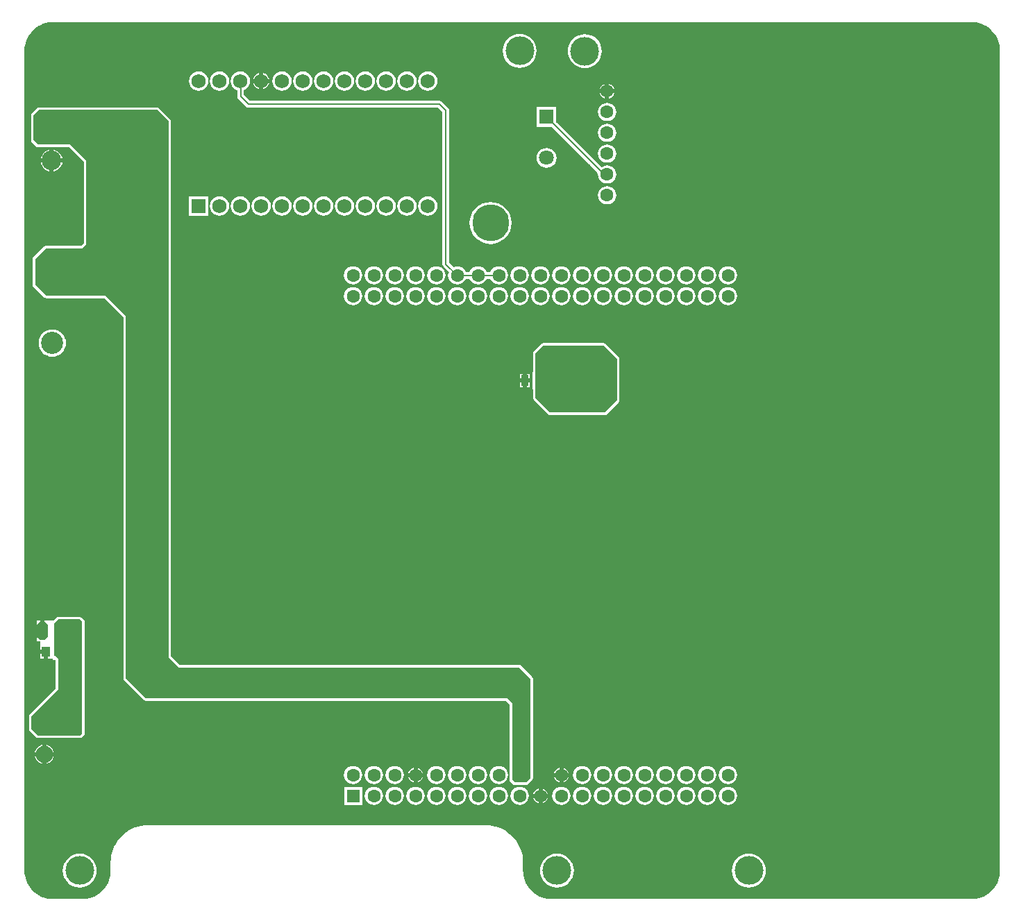
<source format=gtl>
G04*
G04 #@! TF.GenerationSoftware,Altium Limited,Altium Designer,21.0.9 (235)*
G04*
G04 Layer_Physical_Order=1*
G04 Layer_Color=255*
%FSLAX25Y25*%
%MOIN*%
G70*
G04*
G04 #@! TF.SameCoordinates,A9EE82D5-5453-4621-884F-38B111DD7A68*
G04*
G04*
G04 #@! TF.FilePolarity,Positive*
G04*
G01*
G75*
G04:AMPARAMS|DCode=17|XSize=55mil|YSize=85mil|CornerRadius=0mil|HoleSize=0mil|Usage=FLASHONLY|Rotation=0.000|XOffset=0mil|YOffset=0mil|HoleType=Round|Shape=Octagon|*
%AMOCTAGOND17*
4,1,8,-0.01375,0.04250,0.01375,0.04250,0.02750,0.02875,0.02750,-0.02875,0.01375,-0.04250,-0.01375,-0.04250,-0.02750,-0.02875,-0.02750,0.02875,-0.01375,0.04250,0.0*
%
%ADD17OCTAGOND17*%

%ADD18R,0.04016X0.05000*%
%ADD19R,0.03701X0.05315*%
%ADD20C,0.23622*%
%ADD37C,0.02000*%
%ADD38C,0.00800*%
%ADD39C,0.13780*%
%ADD40C,0.17717*%
%ADD41C,0.06299*%
%ADD42C,0.10630*%
%ADD43C,0.08268*%
%ADD44R,0.06299X0.06299*%
%ADD45C,0.09449*%
%ADD46R,0.07087X0.07087*%
%ADD47C,0.07087*%
%ADD48R,0.06890X0.06890*%
%ADD49C,0.06890*%
%ADD50C,0.01600*%
G36*
X830478Y688697D02*
X831678Y688645D01*
X832869Y688488D01*
X834042Y688228D01*
X835188Y687866D01*
X836297Y687407D01*
X837363Y686852D01*
X838376Y686207D01*
X839329Y685475D01*
X840215Y684664D01*
X841026Y683778D01*
X841757Y682825D01*
X842403Y681812D01*
X842958Y680747D01*
X843417Y679637D01*
X843779Y678491D01*
X844038Y677318D01*
X844195Y676127D01*
X844248Y674948D01*
Y281249D01*
X844195Y280051D01*
X844038Y278861D01*
X843778Y277691D01*
X843417Y276547D01*
X842957Y275439D01*
X842403Y274376D01*
X841758Y273364D01*
X841028Y272413D01*
X840217Y271529D01*
X839332Y270719D01*
X838381Y269989D01*
X837369Y269345D01*
X836305Y268792D01*
X835196Y268334D01*
X834052Y267973D01*
X832881Y267714D01*
X831692Y267558D01*
X830500Y267506D01*
X629000Y267500D01*
X627802Y267552D01*
X626613Y267709D01*
X625442Y267968D01*
X624298Y268329D01*
X623190Y268788D01*
X622126Y269342D01*
X621114Y269986D01*
X620163Y270716D01*
X619278Y271527D01*
X618468Y272411D01*
X617738Y273362D01*
X617094Y274374D01*
X616540Y275438D01*
X616081Y276546D01*
X615720Y277690D01*
X615460Y278861D01*
X615304Y280050D01*
X615252Y281248D01*
Y285186D01*
X615184Y286732D01*
X614982Y288267D01*
X614647Y289779D01*
X614181Y291256D01*
X613589Y292686D01*
X612874Y294060D01*
X612042Y295365D01*
X611099Y296594D01*
X610053Y297735D01*
X608912Y298781D01*
X607683Y299724D01*
X606378Y300556D01*
X605004Y301271D01*
X603574Y301863D01*
X602097Y302329D01*
X600585Y302664D01*
X599050Y302866D01*
X597504Y302934D01*
X434994D01*
X433447Y302866D01*
X431912Y302664D01*
X430400Y302329D01*
X428924Y301863D01*
X427493Y301271D01*
X426120Y300556D01*
X424814Y299724D01*
X423586Y298781D01*
X422444Y297735D01*
X421398Y296594D01*
X420455Y295365D01*
X419623Y294059D01*
X418909Y292686D01*
X418316Y291255D01*
X417850Y289779D01*
X417515Y288267D01*
X417313Y286732D01*
X417246Y285186D01*
Y281248D01*
X417193Y280050D01*
X417037Y278861D01*
X416777Y277690D01*
X416417Y276546D01*
X415958Y275438D01*
X415404Y274374D01*
X414759Y273362D01*
X414029Y272411D01*
X413219Y271527D01*
X412335Y270716D01*
X411383Y269986D01*
X410372Y269342D01*
X409308Y268788D01*
X408200Y268329D01*
X407056Y267968D01*
X405885Y267709D01*
X404696Y267552D01*
X403498Y267500D01*
X389555D01*
X388357Y267552D01*
X387168Y267709D01*
X385997Y267969D01*
X384853Y268329D01*
X383745Y268788D01*
X382681Y269342D01*
X381669Y269986D01*
X380718Y270717D01*
X379833Y271527D01*
X379023Y272411D01*
X378293Y273363D01*
X377649Y274374D01*
X377095Y275438D01*
X376636Y276546D01*
X376275Y277690D01*
X376015Y278861D01*
X375859Y280050D01*
X375807Y281248D01*
Y674949D01*
X375859Y676147D01*
X376016Y677337D01*
X376275Y678508D01*
X376636Y679651D01*
X377095Y680759D01*
X377649Y681823D01*
X378293Y682835D01*
X379023Y683786D01*
X379834Y684671D01*
X380718Y685481D01*
X381669Y686211D01*
X382681Y686855D01*
X383745Y687409D01*
X384853Y687868D01*
X385997Y688229D01*
X387168Y688488D01*
X388357Y688645D01*
X389555Y688697D01*
X830478Y688697D01*
D02*
G37*
%LPC*%
G36*
X613607Y683019D02*
X612021Y682863D01*
X610497Y682400D01*
X609091Y681649D01*
X607859Y680638D01*
X606848Y679406D01*
X606097Y678001D01*
X605635Y676476D01*
X605478Y674890D01*
X605635Y673304D01*
X606097Y671779D01*
X606848Y670374D01*
X607859Y669142D01*
X609091Y668131D01*
X610497Y667380D01*
X612021Y666917D01*
X613607Y666761D01*
X615193Y666917D01*
X616718Y667380D01*
X618123Y668131D01*
X619355Y669142D01*
X620366Y670374D01*
X621117Y671779D01*
X621580Y673304D01*
X621736Y674890D01*
X621580Y676476D01*
X621117Y678001D01*
X620366Y679406D01*
X619355Y680638D01*
X618123Y681649D01*
X616718Y682400D01*
X615193Y682863D01*
X613607Y683019D01*
D02*
G37*
G36*
X644873Y682853D02*
X643287Y682697D01*
X641762Y682234D01*
X640357Y681483D01*
X639125Y680472D01*
X638114Y679241D01*
X637363Y677835D01*
X636900Y676310D01*
X636744Y674724D01*
X636900Y673138D01*
X637363Y671614D01*
X638114Y670208D01*
X639125Y668976D01*
X640357Y667965D01*
X641762Y667214D01*
X643287Y666752D01*
X644873Y666595D01*
X646459Y666752D01*
X647984Y667214D01*
X649389Y667965D01*
X650621Y668976D01*
X651632Y670208D01*
X652383Y671614D01*
X652846Y673138D01*
X653002Y674724D01*
X652846Y676310D01*
X652383Y677835D01*
X651632Y679241D01*
X650621Y680472D01*
X649389Y681483D01*
X647984Y682234D01*
X646459Y682697D01*
X644873Y682853D01*
D02*
G37*
G36*
X489478Y664359D02*
X488448Y664224D01*
X487489Y663826D01*
X486665Y663194D01*
X486032Y662370D01*
X485635Y661410D01*
X485499Y660380D01*
X485635Y659350D01*
X486032Y658390D01*
X486665Y657566D01*
X487489Y656934D01*
X488448Y656536D01*
X489478Y656401D01*
X490508Y656536D01*
X491468Y656934D01*
X492292Y657566D01*
X492925Y658390D01*
X493322Y659350D01*
X493458Y660380D01*
X493322Y661410D01*
X492925Y662370D01*
X492292Y663194D01*
X491468Y663826D01*
X490508Y664224D01*
X489478Y664359D01*
D02*
G37*
G36*
X569478Y665065D02*
X568266Y664905D01*
X567136Y664437D01*
X566165Y663693D01*
X565421Y662722D01*
X564953Y661592D01*
X564793Y660380D01*
X564953Y659167D01*
X565421Y658037D01*
X566165Y657067D01*
X567136Y656322D01*
X568266Y655854D01*
X569478Y655695D01*
X570691Y655854D01*
X571821Y656322D01*
X572791Y657067D01*
X573536Y658037D01*
X574004Y659167D01*
X574164Y660380D01*
X574004Y661592D01*
X573536Y662722D01*
X572791Y663693D01*
X571821Y664437D01*
X570691Y664905D01*
X569478Y665065D01*
D02*
G37*
G36*
X559478D02*
X558266Y664905D01*
X557136Y664437D01*
X556166Y663693D01*
X555421Y662722D01*
X554953Y661592D01*
X554793Y660380D01*
X554953Y659167D01*
X555421Y658037D01*
X556166Y657067D01*
X557136Y656322D01*
X558266Y655854D01*
X559478Y655695D01*
X560691Y655854D01*
X561821Y656322D01*
X562791Y657067D01*
X563536Y658037D01*
X564004Y659167D01*
X564164Y660380D01*
X564004Y661592D01*
X563536Y662722D01*
X562791Y663693D01*
X561821Y664437D01*
X560691Y664905D01*
X559478Y665065D01*
D02*
G37*
G36*
X549478D02*
X548266Y664905D01*
X547136Y664437D01*
X546166Y663693D01*
X545421Y662722D01*
X544953Y661592D01*
X544793Y660380D01*
X544953Y659167D01*
X545421Y658037D01*
X546166Y657067D01*
X547136Y656322D01*
X548266Y655854D01*
X549478Y655695D01*
X550691Y655854D01*
X551821Y656322D01*
X552791Y657067D01*
X553536Y658037D01*
X554004Y659167D01*
X554164Y660380D01*
X554004Y661592D01*
X553536Y662722D01*
X552791Y663693D01*
X551821Y664437D01*
X550691Y664905D01*
X549478Y665065D01*
D02*
G37*
G36*
X539478D02*
X538266Y664905D01*
X537136Y664437D01*
X536166Y663693D01*
X535421Y662722D01*
X534953Y661592D01*
X534793Y660380D01*
X534953Y659167D01*
X535421Y658037D01*
X536166Y657067D01*
X537136Y656322D01*
X538266Y655854D01*
X539478Y655695D01*
X540691Y655854D01*
X541821Y656322D01*
X542791Y657067D01*
X543536Y658037D01*
X544004Y659167D01*
X544164Y660380D01*
X544004Y661592D01*
X543536Y662722D01*
X542791Y663693D01*
X541821Y664437D01*
X540691Y664905D01*
X539478Y665065D01*
D02*
G37*
G36*
X529478D02*
X528266Y664905D01*
X527136Y664437D01*
X526165Y663693D01*
X525421Y662722D01*
X524953Y661592D01*
X524793Y660380D01*
X524953Y659167D01*
X525421Y658037D01*
X526165Y657067D01*
X527136Y656322D01*
X528266Y655854D01*
X529478Y655695D01*
X530691Y655854D01*
X531821Y656322D01*
X532791Y657067D01*
X533536Y658037D01*
X534004Y659167D01*
X534164Y660380D01*
X534004Y661592D01*
X533536Y662722D01*
X532791Y663693D01*
X531821Y664437D01*
X530691Y664905D01*
X529478Y665065D01*
D02*
G37*
G36*
X519478D02*
X518266Y664905D01*
X517136Y664437D01*
X516165Y663693D01*
X515421Y662722D01*
X514953Y661592D01*
X514793Y660380D01*
X514953Y659167D01*
X515421Y658037D01*
X516165Y657067D01*
X517136Y656322D01*
X518266Y655854D01*
X519478Y655695D01*
X520691Y655854D01*
X521821Y656322D01*
X522791Y657067D01*
X523536Y658037D01*
X524004Y659167D01*
X524164Y660380D01*
X524004Y661592D01*
X523536Y662722D01*
X522791Y663693D01*
X521821Y664437D01*
X520691Y664905D01*
X519478Y665065D01*
D02*
G37*
G36*
X509478D02*
X508266Y664905D01*
X507136Y664437D01*
X506166Y663693D01*
X505421Y662722D01*
X504953Y661592D01*
X504793Y660380D01*
X504953Y659167D01*
X505421Y658037D01*
X506166Y657067D01*
X507136Y656322D01*
X508266Y655854D01*
X509478Y655695D01*
X510691Y655854D01*
X511821Y656322D01*
X512791Y657067D01*
X513536Y658037D01*
X514004Y659167D01*
X514164Y660380D01*
X514004Y661592D01*
X513536Y662722D01*
X512791Y663693D01*
X511821Y664437D01*
X510691Y664905D01*
X509478Y665065D01*
D02*
G37*
G36*
X499478D02*
X498266Y664905D01*
X497136Y664437D01*
X496166Y663693D01*
X495421Y662722D01*
X494953Y661592D01*
X494793Y660380D01*
X494953Y659167D01*
X495421Y658037D01*
X496166Y657067D01*
X497136Y656322D01*
X498266Y655854D01*
X499478Y655695D01*
X500691Y655854D01*
X501821Y656322D01*
X502791Y657067D01*
X503536Y658037D01*
X504004Y659167D01*
X504164Y660380D01*
X504004Y661592D01*
X503536Y662722D01*
X502791Y663693D01*
X501821Y664437D01*
X500691Y664905D01*
X499478Y665065D01*
D02*
G37*
G36*
X469478D02*
X468266Y664905D01*
X467136Y664437D01*
X466165Y663693D01*
X465421Y662722D01*
X464953Y661592D01*
X464793Y660380D01*
X464953Y659167D01*
X465421Y658037D01*
X466165Y657067D01*
X467136Y656322D01*
X468266Y655854D01*
X469478Y655695D01*
X470691Y655854D01*
X471821Y656322D01*
X472791Y657067D01*
X473536Y658037D01*
X474004Y659167D01*
X474164Y660380D01*
X474004Y661592D01*
X473536Y662722D01*
X472791Y663693D01*
X471821Y664437D01*
X470691Y664905D01*
X469478Y665065D01*
D02*
G37*
G36*
X459478D02*
X458266Y664905D01*
X457136Y664437D01*
X456166Y663693D01*
X455421Y662722D01*
X454953Y661592D01*
X454793Y660380D01*
X454953Y659167D01*
X455421Y658037D01*
X456166Y657067D01*
X457136Y656322D01*
X458266Y655854D01*
X459478Y655695D01*
X460691Y655854D01*
X461821Y656322D01*
X462791Y657067D01*
X463536Y658037D01*
X464004Y659167D01*
X464164Y660380D01*
X464004Y661592D01*
X463536Y662722D01*
X462791Y663693D01*
X461821Y664437D01*
X460691Y664905D01*
X459478Y665065D01*
D02*
G37*
G36*
X655550Y659216D02*
X654598Y659090D01*
X653710Y658723D01*
X652947Y658138D01*
X652362Y657375D01*
X651995Y656487D01*
X651869Y655535D01*
X651995Y654582D01*
X652362Y653694D01*
X652947Y652931D01*
X653710Y652347D01*
X654598Y651979D01*
X655550Y651853D01*
X656503Y651979D01*
X657391Y652347D01*
X658154Y652931D01*
X658739Y653694D01*
X659106Y654582D01*
X659232Y655535D01*
X659106Y656487D01*
X658739Y657375D01*
X658154Y658138D01*
X657391Y658723D01*
X656503Y659090D01*
X655550Y659216D01*
D02*
G37*
G36*
Y649922D02*
X654415Y649772D01*
X653357Y649334D01*
X652448Y648637D01*
X651751Y647728D01*
X651313Y646670D01*
X651163Y645535D01*
X651313Y644399D01*
X651751Y643341D01*
X652448Y642432D01*
X653357Y641735D01*
X654415Y641297D01*
X655550Y641148D01*
X656686Y641297D01*
X657744Y641735D01*
X658653Y642432D01*
X659350Y643341D01*
X659788Y644399D01*
X659938Y645535D01*
X659788Y646670D01*
X659350Y647728D01*
X658653Y648637D01*
X657744Y649334D01*
X656686Y649772D01*
X655550Y649922D01*
D02*
G37*
G36*
Y639922D02*
X654415Y639772D01*
X653357Y639334D01*
X652448Y638637D01*
X651751Y637728D01*
X651313Y636670D01*
X651163Y635535D01*
X651313Y634399D01*
X651751Y633341D01*
X652448Y632432D01*
X653357Y631735D01*
X654415Y631297D01*
X655550Y631147D01*
X656686Y631297D01*
X657744Y631735D01*
X658653Y632432D01*
X659350Y633341D01*
X659788Y634399D01*
X659938Y635535D01*
X659788Y636670D01*
X659350Y637728D01*
X658653Y638637D01*
X657744Y639334D01*
X656686Y639772D01*
X655550Y639922D01*
D02*
G37*
G36*
Y629922D02*
X654415Y629772D01*
X653357Y629334D01*
X652448Y628637D01*
X651751Y627728D01*
X651313Y626670D01*
X651163Y625535D01*
X651313Y624399D01*
X651751Y623341D01*
X652448Y622432D01*
X653357Y621735D01*
X654415Y621297D01*
X655550Y621147D01*
X656686Y621297D01*
X657744Y621735D01*
X658653Y622432D01*
X659350Y623341D01*
X659788Y624399D01*
X659938Y625535D01*
X659788Y626670D01*
X659350Y627728D01*
X658653Y628637D01*
X657744Y629334D01*
X656686Y629772D01*
X655550Y629922D01*
D02*
G37*
G36*
X626510Y628261D02*
X625271Y628098D01*
X624117Y627620D01*
X623127Y626860D01*
X622366Y625869D01*
X621888Y624715D01*
X621725Y623477D01*
X621888Y622239D01*
X622366Y621085D01*
X623127Y620094D01*
X624117Y619334D01*
X625271Y618856D01*
X626510Y618693D01*
X627748Y618856D01*
X628902Y619334D01*
X629892Y620094D01*
X630653Y621085D01*
X631131Y622239D01*
X631294Y623477D01*
X631131Y624715D01*
X630653Y625869D01*
X629892Y626860D01*
X628902Y627620D01*
X627748Y628098D01*
X626510Y628261D01*
D02*
G37*
G36*
X388844Y627417D02*
X387481Y627237D01*
X386210Y626711D01*
X385118Y625873D01*
X384281Y624782D01*
X383754Y623511D01*
X383575Y622147D01*
X383754Y620783D01*
X384281Y619512D01*
X385118Y618421D01*
X386210Y617584D01*
X387481Y617057D01*
X388844Y616878D01*
X390208Y617057D01*
X391479Y617584D01*
X392571Y618421D01*
X393408Y619512D01*
X393935Y620783D01*
X394114Y622147D01*
X393935Y623511D01*
X393408Y624782D01*
X392571Y625873D01*
X391479Y626711D01*
X390208Y627237D01*
X388844Y627417D01*
D02*
G37*
G36*
X631253Y647905D02*
X621766D01*
Y638419D01*
X628946D01*
X651241Y616124D01*
X651163Y615535D01*
X651313Y614399D01*
X651751Y613341D01*
X652448Y612432D01*
X653357Y611735D01*
X654415Y611297D01*
X655550Y611147D01*
X656686Y611297D01*
X657744Y611735D01*
X658653Y612432D01*
X659350Y613341D01*
X659788Y614399D01*
X659938Y615535D01*
X659788Y616670D01*
X659350Y617728D01*
X658653Y618637D01*
X657744Y619334D01*
X656686Y619772D01*
X655550Y619922D01*
X654415Y619772D01*
X653357Y619334D01*
X652954Y619025D01*
X631253Y640726D01*
Y647905D01*
D02*
G37*
G36*
X655550Y609922D02*
X654415Y609772D01*
X653357Y609334D01*
X652448Y608637D01*
X651751Y607728D01*
X651313Y606670D01*
X651163Y605535D01*
X651313Y604399D01*
X651751Y603341D01*
X652448Y602432D01*
X653357Y601735D01*
X654415Y601297D01*
X655550Y601148D01*
X656686Y601297D01*
X657744Y601735D01*
X658653Y602432D01*
X659350Y603341D01*
X659788Y604399D01*
X659938Y605535D01*
X659788Y606670D01*
X659350Y607728D01*
X658653Y608637D01*
X657744Y609334D01*
X656686Y609772D01*
X655550Y609922D01*
D02*
G37*
G36*
X464123Y605025D02*
X454833D01*
Y595735D01*
X464123D01*
Y605025D01*
D02*
G37*
G36*
X569478Y605065D02*
X568266Y604905D01*
X567136Y604437D01*
X566165Y603693D01*
X565421Y602723D01*
X564953Y601592D01*
X564793Y600380D01*
X564953Y599167D01*
X565421Y598037D01*
X566165Y597067D01*
X567136Y596322D01*
X568266Y595854D01*
X569478Y595695D01*
X570691Y595854D01*
X571821Y596322D01*
X572791Y597067D01*
X573536Y598037D01*
X574004Y599167D01*
X574164Y600380D01*
X574004Y601592D01*
X573536Y602723D01*
X572791Y603693D01*
X571821Y604437D01*
X570691Y604905D01*
X569478Y605065D01*
D02*
G37*
G36*
X559478D02*
X558266Y604905D01*
X557136Y604437D01*
X556166Y603693D01*
X555421Y602723D01*
X554953Y601592D01*
X554793Y600380D01*
X554953Y599167D01*
X555421Y598037D01*
X556166Y597067D01*
X557136Y596322D01*
X558266Y595854D01*
X559478Y595695D01*
X560691Y595854D01*
X561821Y596322D01*
X562791Y597067D01*
X563536Y598037D01*
X564004Y599167D01*
X564164Y600380D01*
X564004Y601592D01*
X563536Y602723D01*
X562791Y603693D01*
X561821Y604437D01*
X560691Y604905D01*
X559478Y605065D01*
D02*
G37*
G36*
X549478D02*
X548266Y604905D01*
X547136Y604437D01*
X546166Y603693D01*
X545421Y602723D01*
X544953Y601592D01*
X544793Y600380D01*
X544953Y599167D01*
X545421Y598037D01*
X546166Y597067D01*
X547136Y596322D01*
X548266Y595854D01*
X549478Y595695D01*
X550691Y595854D01*
X551821Y596322D01*
X552791Y597067D01*
X553536Y598037D01*
X554004Y599167D01*
X554164Y600380D01*
X554004Y601592D01*
X553536Y602723D01*
X552791Y603693D01*
X551821Y604437D01*
X550691Y604905D01*
X549478Y605065D01*
D02*
G37*
G36*
X539478D02*
X538266Y604905D01*
X537136Y604437D01*
X536166Y603693D01*
X535421Y602723D01*
X534953Y601592D01*
X534793Y600380D01*
X534953Y599167D01*
X535421Y598037D01*
X536166Y597067D01*
X537136Y596322D01*
X538266Y595854D01*
X539478Y595695D01*
X540691Y595854D01*
X541821Y596322D01*
X542791Y597067D01*
X543536Y598037D01*
X544004Y599167D01*
X544164Y600380D01*
X544004Y601592D01*
X543536Y602723D01*
X542791Y603693D01*
X541821Y604437D01*
X540691Y604905D01*
X539478Y605065D01*
D02*
G37*
G36*
X529478D02*
X528266Y604905D01*
X527136Y604437D01*
X526165Y603693D01*
X525421Y602723D01*
X524953Y601592D01*
X524793Y600380D01*
X524953Y599167D01*
X525421Y598037D01*
X526165Y597067D01*
X527136Y596322D01*
X528266Y595854D01*
X529478Y595695D01*
X530691Y595854D01*
X531821Y596322D01*
X532791Y597067D01*
X533536Y598037D01*
X534004Y599167D01*
X534164Y600380D01*
X534004Y601592D01*
X533536Y602723D01*
X532791Y603693D01*
X531821Y604437D01*
X530691Y604905D01*
X529478Y605065D01*
D02*
G37*
G36*
X519478D02*
X518266Y604905D01*
X517136Y604437D01*
X516165Y603693D01*
X515421Y602723D01*
X514953Y601592D01*
X514793Y600380D01*
X514953Y599167D01*
X515421Y598037D01*
X516165Y597067D01*
X517136Y596322D01*
X518266Y595854D01*
X519478Y595695D01*
X520691Y595854D01*
X521821Y596322D01*
X522791Y597067D01*
X523536Y598037D01*
X524004Y599167D01*
X524164Y600380D01*
X524004Y601592D01*
X523536Y602723D01*
X522791Y603693D01*
X521821Y604437D01*
X520691Y604905D01*
X519478Y605065D01*
D02*
G37*
G36*
X509478D02*
X508266Y604905D01*
X507136Y604437D01*
X506166Y603693D01*
X505421Y602723D01*
X504953Y601592D01*
X504793Y600380D01*
X504953Y599167D01*
X505421Y598037D01*
X506166Y597067D01*
X507136Y596322D01*
X508266Y595854D01*
X509478Y595695D01*
X510691Y595854D01*
X511821Y596322D01*
X512791Y597067D01*
X513536Y598037D01*
X514004Y599167D01*
X514164Y600380D01*
X514004Y601592D01*
X513536Y602723D01*
X512791Y603693D01*
X511821Y604437D01*
X510691Y604905D01*
X509478Y605065D01*
D02*
G37*
G36*
X499478D02*
X498266Y604905D01*
X497136Y604437D01*
X496166Y603693D01*
X495421Y602723D01*
X494953Y601592D01*
X494793Y600380D01*
X494953Y599167D01*
X495421Y598037D01*
X496166Y597067D01*
X497136Y596322D01*
X498266Y595854D01*
X499478Y595695D01*
X500691Y595854D01*
X501821Y596322D01*
X502791Y597067D01*
X503536Y598037D01*
X504004Y599167D01*
X504164Y600380D01*
X504004Y601592D01*
X503536Y602723D01*
X502791Y603693D01*
X501821Y604437D01*
X500691Y604905D01*
X499478Y605065D01*
D02*
G37*
G36*
X489478D02*
X488266Y604905D01*
X487136Y604437D01*
X486166Y603693D01*
X485421Y602723D01*
X484953Y601592D01*
X484793Y600380D01*
X484953Y599167D01*
X485421Y598037D01*
X486166Y597067D01*
X487136Y596322D01*
X488266Y595854D01*
X489478Y595695D01*
X490691Y595854D01*
X491821Y596322D01*
X492791Y597067D01*
X493536Y598037D01*
X494004Y599167D01*
X494164Y600380D01*
X494004Y601592D01*
X493536Y602723D01*
X492791Y603693D01*
X491821Y604437D01*
X490691Y604905D01*
X489478Y605065D01*
D02*
G37*
G36*
X479478D02*
X478266Y604905D01*
X477136Y604437D01*
X476165Y603693D01*
X475421Y602723D01*
X474953Y601592D01*
X474793Y600380D01*
X474953Y599167D01*
X475421Y598037D01*
X476165Y597067D01*
X477136Y596322D01*
X478266Y595854D01*
X479478Y595695D01*
X480691Y595854D01*
X481821Y596322D01*
X482791Y597067D01*
X483536Y598037D01*
X484004Y599167D01*
X484164Y600380D01*
X484004Y601592D01*
X483536Y602723D01*
X482791Y603693D01*
X481821Y604437D01*
X480691Y604905D01*
X479478Y605065D01*
D02*
G37*
G36*
X469478D02*
X468266Y604905D01*
X467136Y604437D01*
X466165Y603693D01*
X465421Y602723D01*
X464953Y601592D01*
X464793Y600380D01*
X464953Y599167D01*
X465421Y598037D01*
X466165Y597067D01*
X467136Y596322D01*
X468266Y595854D01*
X469478Y595695D01*
X470691Y595854D01*
X471821Y596322D01*
X472791Y597067D01*
X473536Y598037D01*
X474004Y599167D01*
X474164Y600380D01*
X474004Y601592D01*
X473536Y602723D01*
X472791Y603693D01*
X471821Y604437D01*
X470691Y604905D01*
X469478Y605065D01*
D02*
G37*
G36*
X599609Y602320D02*
X597637Y602126D01*
X595741Y601550D01*
X593994Y600616D01*
X592462Y599360D01*
X591205Y597828D01*
X590271Y596081D01*
X589696Y594185D01*
X589502Y592213D01*
X589696Y590241D01*
X590271Y588345D01*
X591205Y586598D01*
X592462Y585066D01*
X593994Y583809D01*
X595741Y582875D01*
X597637Y582300D01*
X599609Y582106D01*
X601581Y582300D01*
X603477Y582875D01*
X605224Y583809D01*
X606756Y585066D01*
X608012Y586598D01*
X608947Y588345D01*
X609522Y590241D01*
X609716Y592213D01*
X609522Y594185D01*
X608947Y596081D01*
X608012Y597828D01*
X606756Y599360D01*
X605224Y600616D01*
X603477Y601550D01*
X601581Y602126D01*
X599609Y602320D01*
D02*
G37*
G36*
X713625Y571446D02*
X712490Y571297D01*
X711432Y570858D01*
X710523Y570161D01*
X709826Y569253D01*
X709388Y568194D01*
X709238Y567059D01*
X709388Y565924D01*
X709826Y564865D01*
X710523Y563957D01*
X711432Y563260D01*
X712490Y562821D01*
X713625Y562672D01*
X714761Y562821D01*
X715819Y563260D01*
X716727Y563957D01*
X717425Y564865D01*
X717863Y565924D01*
X718012Y567059D01*
X717863Y568194D01*
X717425Y569253D01*
X716727Y570161D01*
X715819Y570858D01*
X714761Y571297D01*
X713625Y571446D01*
D02*
G37*
G36*
X703625D02*
X702490Y571297D01*
X701432Y570858D01*
X700523Y570161D01*
X699826Y569253D01*
X699388Y568194D01*
X699238Y567059D01*
X699388Y565924D01*
X699826Y564865D01*
X700523Y563957D01*
X701432Y563260D01*
X702490Y562821D01*
X703625Y562672D01*
X704761Y562821D01*
X705819Y563260D01*
X706727Y563957D01*
X707425Y564865D01*
X707863Y565924D01*
X708012Y567059D01*
X707863Y568194D01*
X707425Y569253D01*
X706727Y570161D01*
X705819Y570858D01*
X704761Y571297D01*
X703625Y571446D01*
D02*
G37*
G36*
X693625D02*
X692490Y571297D01*
X691432Y570858D01*
X690523Y570161D01*
X689826Y569253D01*
X689388Y568194D01*
X689238Y567059D01*
X689388Y565924D01*
X689826Y564865D01*
X690523Y563957D01*
X691432Y563260D01*
X692490Y562821D01*
X693625Y562672D01*
X694761Y562821D01*
X695819Y563260D01*
X696727Y563957D01*
X697425Y564865D01*
X697863Y565924D01*
X698012Y567059D01*
X697863Y568194D01*
X697425Y569253D01*
X696727Y570161D01*
X695819Y570858D01*
X694761Y571297D01*
X693625Y571446D01*
D02*
G37*
G36*
X683625D02*
X682490Y571297D01*
X681432Y570858D01*
X680523Y570161D01*
X679826Y569253D01*
X679388Y568194D01*
X679238Y567059D01*
X679388Y565924D01*
X679826Y564865D01*
X680523Y563957D01*
X681432Y563260D01*
X682490Y562821D01*
X683625Y562672D01*
X684761Y562821D01*
X685819Y563260D01*
X686727Y563957D01*
X687425Y564865D01*
X687863Y565924D01*
X688012Y567059D01*
X687863Y568194D01*
X687425Y569253D01*
X686727Y570161D01*
X685819Y570858D01*
X684761Y571297D01*
X683625Y571446D01*
D02*
G37*
G36*
X673625D02*
X672490Y571297D01*
X671432Y570858D01*
X670523Y570161D01*
X669826Y569253D01*
X669388Y568194D01*
X669238Y567059D01*
X669388Y565924D01*
X669826Y564865D01*
X670523Y563957D01*
X671432Y563260D01*
X672490Y562821D01*
X673625Y562672D01*
X674761Y562821D01*
X675819Y563260D01*
X676727Y563957D01*
X677425Y564865D01*
X677863Y565924D01*
X678012Y567059D01*
X677863Y568194D01*
X677425Y569253D01*
X676727Y570161D01*
X675819Y570858D01*
X674761Y571297D01*
X673625Y571446D01*
D02*
G37*
G36*
X663625D02*
X662490Y571297D01*
X661432Y570858D01*
X660523Y570161D01*
X659826Y569253D01*
X659388Y568194D01*
X659238Y567059D01*
X659388Y565924D01*
X659826Y564865D01*
X660523Y563957D01*
X661432Y563260D01*
X662490Y562821D01*
X663625Y562672D01*
X664761Y562821D01*
X665819Y563260D01*
X666727Y563957D01*
X667425Y564865D01*
X667863Y565924D01*
X668012Y567059D01*
X667863Y568194D01*
X667425Y569253D01*
X666727Y570161D01*
X665819Y570858D01*
X664761Y571297D01*
X663625Y571446D01*
D02*
G37*
G36*
X653625D02*
X652490Y571297D01*
X651432Y570858D01*
X650523Y570161D01*
X649826Y569253D01*
X649388Y568194D01*
X649238Y567059D01*
X649388Y565924D01*
X649826Y564865D01*
X650523Y563957D01*
X651432Y563260D01*
X652490Y562821D01*
X653625Y562672D01*
X654761Y562821D01*
X655819Y563260D01*
X656727Y563957D01*
X657425Y564865D01*
X657863Y565924D01*
X658012Y567059D01*
X657863Y568194D01*
X657425Y569253D01*
X656727Y570161D01*
X655819Y570858D01*
X654761Y571297D01*
X653625Y571446D01*
D02*
G37*
G36*
X643625D02*
X642490Y571297D01*
X641432Y570858D01*
X640523Y570161D01*
X639826Y569253D01*
X639388Y568194D01*
X639238Y567059D01*
X639388Y565924D01*
X639826Y564865D01*
X640523Y563957D01*
X641432Y563260D01*
X642490Y562821D01*
X643625Y562672D01*
X644761Y562821D01*
X645819Y563260D01*
X646727Y563957D01*
X647425Y564865D01*
X647863Y565924D01*
X648012Y567059D01*
X647863Y568194D01*
X647425Y569253D01*
X646727Y570161D01*
X645819Y570858D01*
X644761Y571297D01*
X643625Y571446D01*
D02*
G37*
G36*
X633625D02*
X632490Y571297D01*
X631432Y570858D01*
X630523Y570161D01*
X629826Y569253D01*
X629388Y568194D01*
X629238Y567059D01*
X629388Y565924D01*
X629826Y564865D01*
X630523Y563957D01*
X631432Y563260D01*
X632490Y562821D01*
X633625Y562672D01*
X634761Y562821D01*
X635819Y563260D01*
X636727Y563957D01*
X637425Y564865D01*
X637863Y565924D01*
X638012Y567059D01*
X637863Y568194D01*
X637425Y569253D01*
X636727Y570161D01*
X635819Y570858D01*
X634761Y571297D01*
X633625Y571446D01*
D02*
G37*
G36*
X623625D02*
X622490Y571297D01*
X621432Y570858D01*
X620523Y570161D01*
X619826Y569253D01*
X619388Y568194D01*
X619238Y567059D01*
X619388Y565924D01*
X619826Y564865D01*
X620523Y563957D01*
X621432Y563260D01*
X622490Y562821D01*
X623625Y562672D01*
X624761Y562821D01*
X625819Y563260D01*
X626727Y563957D01*
X627425Y564865D01*
X627863Y565924D01*
X628012Y567059D01*
X627863Y568194D01*
X627425Y569253D01*
X626727Y570161D01*
X625819Y570858D01*
X624761Y571297D01*
X623625Y571446D01*
D02*
G37*
G36*
X613625D02*
X612490Y571297D01*
X611432Y570858D01*
X610523Y570161D01*
X609826Y569253D01*
X609388Y568194D01*
X609238Y567059D01*
X609388Y565924D01*
X609826Y564865D01*
X610523Y563957D01*
X611432Y563260D01*
X612490Y562821D01*
X613625Y562672D01*
X614761Y562821D01*
X615819Y563260D01*
X616727Y563957D01*
X617425Y564865D01*
X617863Y565924D01*
X618012Y567059D01*
X617863Y568194D01*
X617425Y569253D01*
X616727Y570161D01*
X615819Y570858D01*
X614761Y571297D01*
X613625Y571446D01*
D02*
G37*
G36*
X479478Y665065D02*
X478266Y664905D01*
X477136Y664437D01*
X476165Y663693D01*
X475421Y662722D01*
X474953Y661592D01*
X474793Y660380D01*
X474953Y659167D01*
X475421Y658037D01*
X476165Y657067D01*
X477136Y656322D01*
X477972Y655976D01*
Y652972D01*
X478096Y652348D01*
X478449Y651819D01*
X482167Y648101D01*
X482696Y647747D01*
X483321Y647623D01*
X574458D01*
X576593Y645489D01*
Y572460D01*
X576717Y571836D01*
X577070Y571307D01*
X579620Y568757D01*
X579388Y568194D01*
X579238Y567059D01*
X579388Y565924D01*
X579826Y564865D01*
X580523Y563957D01*
X581432Y563260D01*
X582490Y562821D01*
X583625Y562672D01*
X584761Y562821D01*
X585819Y563260D01*
X586727Y563957D01*
X587425Y564865D01*
X587657Y565428D01*
X589593D01*
X589826Y564865D01*
X590523Y563957D01*
X591432Y563260D01*
X592490Y562821D01*
X593625Y562672D01*
X594761Y562821D01*
X595819Y563260D01*
X596727Y563957D01*
X597425Y564865D01*
X597657Y565428D01*
X599593D01*
X599826Y564865D01*
X600523Y563957D01*
X601432Y563260D01*
X602490Y562821D01*
X603625Y562672D01*
X604761Y562821D01*
X605819Y563260D01*
X606727Y563957D01*
X607425Y564865D01*
X607863Y565924D01*
X608012Y567059D01*
X607863Y568194D01*
X607425Y569253D01*
X606727Y570161D01*
X605819Y570858D01*
X604761Y571297D01*
X603625Y571446D01*
X602490Y571297D01*
X601432Y570858D01*
X600523Y570161D01*
X599826Y569253D01*
X599593Y568690D01*
X597657D01*
X597425Y569253D01*
X596727Y570161D01*
X595819Y570858D01*
X594761Y571297D01*
X593625Y571446D01*
X592490Y571297D01*
X591432Y570858D01*
X590523Y570161D01*
X589826Y569253D01*
X589593Y568690D01*
X587657D01*
X587425Y569253D01*
X586727Y570161D01*
X585819Y570858D01*
X584761Y571297D01*
X583625Y571446D01*
X582490Y571297D01*
X581927Y571064D01*
X579855Y573136D01*
Y646165D01*
X579731Y646789D01*
X579377Y647318D01*
X576288Y650408D01*
X575758Y650762D01*
X575134Y650886D01*
X483996D01*
X481234Y653648D01*
Y656079D01*
X481821Y656322D01*
X482791Y657067D01*
X483536Y658037D01*
X484004Y659167D01*
X484164Y660380D01*
X484004Y661592D01*
X483536Y662722D01*
X482791Y663693D01*
X481821Y664437D01*
X480691Y664905D01*
X479478Y665065D01*
D02*
G37*
G36*
X573625Y571446D02*
X572490Y571297D01*
X571432Y570858D01*
X570523Y570161D01*
X569826Y569253D01*
X569388Y568194D01*
X569238Y567059D01*
X569388Y565924D01*
X569826Y564865D01*
X570523Y563957D01*
X571432Y563260D01*
X572490Y562821D01*
X573625Y562672D01*
X574761Y562821D01*
X575819Y563260D01*
X576727Y563957D01*
X577425Y564865D01*
X577863Y565924D01*
X578012Y567059D01*
X577863Y568194D01*
X577425Y569253D01*
X576727Y570161D01*
X575819Y570858D01*
X574761Y571297D01*
X573625Y571446D01*
D02*
G37*
G36*
X563625D02*
X562490Y571297D01*
X561432Y570858D01*
X560523Y570161D01*
X559826Y569253D01*
X559388Y568194D01*
X559238Y567059D01*
X559388Y565924D01*
X559826Y564865D01*
X560523Y563957D01*
X561432Y563260D01*
X562490Y562821D01*
X563625Y562672D01*
X564761Y562821D01*
X565819Y563260D01*
X566727Y563957D01*
X567425Y564865D01*
X567863Y565924D01*
X568012Y567059D01*
X567863Y568194D01*
X567425Y569253D01*
X566727Y570161D01*
X565819Y570858D01*
X564761Y571297D01*
X563625Y571446D01*
D02*
G37*
G36*
X553625D02*
X552490Y571297D01*
X551432Y570858D01*
X550523Y570161D01*
X549826Y569253D01*
X549388Y568194D01*
X549238Y567059D01*
X549388Y565924D01*
X549826Y564865D01*
X550523Y563957D01*
X551432Y563260D01*
X552490Y562821D01*
X553625Y562672D01*
X554761Y562821D01*
X555819Y563260D01*
X556727Y563957D01*
X557425Y564865D01*
X557863Y565924D01*
X558012Y567059D01*
X557863Y568194D01*
X557425Y569253D01*
X556727Y570161D01*
X555819Y570858D01*
X554761Y571297D01*
X553625Y571446D01*
D02*
G37*
G36*
X543625D02*
X542490Y571297D01*
X541432Y570858D01*
X540523Y570161D01*
X539826Y569253D01*
X539388Y568194D01*
X539238Y567059D01*
X539388Y565924D01*
X539826Y564865D01*
X540523Y563957D01*
X541432Y563260D01*
X542490Y562821D01*
X543625Y562672D01*
X544761Y562821D01*
X545819Y563260D01*
X546727Y563957D01*
X547425Y564865D01*
X547863Y565924D01*
X548012Y567059D01*
X547863Y568194D01*
X547425Y569253D01*
X546727Y570161D01*
X545819Y570858D01*
X544761Y571297D01*
X543625Y571446D01*
D02*
G37*
G36*
X533625D02*
X532490Y571297D01*
X531432Y570858D01*
X530523Y570161D01*
X529826Y569253D01*
X529388Y568194D01*
X529238Y567059D01*
X529388Y565924D01*
X529826Y564865D01*
X530523Y563957D01*
X531432Y563260D01*
X532490Y562821D01*
X533625Y562672D01*
X534761Y562821D01*
X535819Y563260D01*
X536727Y563957D01*
X537425Y564865D01*
X537863Y565924D01*
X538012Y567059D01*
X537863Y568194D01*
X537425Y569253D01*
X536727Y570161D01*
X535819Y570858D01*
X534761Y571297D01*
X533625Y571446D01*
D02*
G37*
G36*
X713625Y561446D02*
X712490Y561297D01*
X711432Y560858D01*
X710523Y560161D01*
X709826Y559253D01*
X709388Y558194D01*
X709238Y557059D01*
X709388Y555924D01*
X709826Y554865D01*
X710523Y553957D01*
X711432Y553260D01*
X712490Y552821D01*
X713625Y552672D01*
X714761Y552821D01*
X715819Y553260D01*
X716727Y553957D01*
X717425Y554865D01*
X717863Y555924D01*
X718012Y557059D01*
X717863Y558194D01*
X717425Y559253D01*
X716727Y560161D01*
X715819Y560858D01*
X714761Y561297D01*
X713625Y561446D01*
D02*
G37*
G36*
X703625D02*
X702490Y561297D01*
X701432Y560858D01*
X700523Y560161D01*
X699826Y559253D01*
X699388Y558194D01*
X699238Y557059D01*
X699388Y555924D01*
X699826Y554865D01*
X700523Y553957D01*
X701432Y553260D01*
X702490Y552821D01*
X703625Y552672D01*
X704761Y552821D01*
X705819Y553260D01*
X706727Y553957D01*
X707425Y554865D01*
X707863Y555924D01*
X708012Y557059D01*
X707863Y558194D01*
X707425Y559253D01*
X706727Y560161D01*
X705819Y560858D01*
X704761Y561297D01*
X703625Y561446D01*
D02*
G37*
G36*
X693625D02*
X692490Y561297D01*
X691432Y560858D01*
X690523Y560161D01*
X689826Y559253D01*
X689388Y558194D01*
X689238Y557059D01*
X689388Y555924D01*
X689826Y554865D01*
X690523Y553957D01*
X691432Y553260D01*
X692490Y552821D01*
X693625Y552672D01*
X694761Y552821D01*
X695819Y553260D01*
X696727Y553957D01*
X697425Y554865D01*
X697863Y555924D01*
X698012Y557059D01*
X697863Y558194D01*
X697425Y559253D01*
X696727Y560161D01*
X695819Y560858D01*
X694761Y561297D01*
X693625Y561446D01*
D02*
G37*
G36*
X683625D02*
X682490Y561297D01*
X681432Y560858D01*
X680523Y560161D01*
X679826Y559253D01*
X679388Y558194D01*
X679238Y557059D01*
X679388Y555924D01*
X679826Y554865D01*
X680523Y553957D01*
X681432Y553260D01*
X682490Y552821D01*
X683625Y552672D01*
X684761Y552821D01*
X685819Y553260D01*
X686727Y553957D01*
X687425Y554865D01*
X687863Y555924D01*
X688012Y557059D01*
X687863Y558194D01*
X687425Y559253D01*
X686727Y560161D01*
X685819Y560858D01*
X684761Y561297D01*
X683625Y561446D01*
D02*
G37*
G36*
X673625D02*
X672490Y561297D01*
X671432Y560858D01*
X670523Y560161D01*
X669826Y559253D01*
X669388Y558194D01*
X669238Y557059D01*
X669388Y555924D01*
X669826Y554865D01*
X670523Y553957D01*
X671432Y553260D01*
X672490Y552821D01*
X673625Y552672D01*
X674761Y552821D01*
X675819Y553260D01*
X676727Y553957D01*
X677425Y554865D01*
X677863Y555924D01*
X678012Y557059D01*
X677863Y558194D01*
X677425Y559253D01*
X676727Y560161D01*
X675819Y560858D01*
X674761Y561297D01*
X673625Y561446D01*
D02*
G37*
G36*
X663625D02*
X662490Y561297D01*
X661432Y560858D01*
X660523Y560161D01*
X659826Y559253D01*
X659388Y558194D01*
X659238Y557059D01*
X659388Y555924D01*
X659826Y554865D01*
X660523Y553957D01*
X661432Y553260D01*
X662490Y552821D01*
X663625Y552672D01*
X664761Y552821D01*
X665819Y553260D01*
X666727Y553957D01*
X667425Y554865D01*
X667863Y555924D01*
X668012Y557059D01*
X667863Y558194D01*
X667425Y559253D01*
X666727Y560161D01*
X665819Y560858D01*
X664761Y561297D01*
X663625Y561446D01*
D02*
G37*
G36*
X653625D02*
X652490Y561297D01*
X651432Y560858D01*
X650523Y560161D01*
X649826Y559253D01*
X649388Y558194D01*
X649238Y557059D01*
X649388Y555924D01*
X649826Y554865D01*
X650523Y553957D01*
X651432Y553260D01*
X652490Y552821D01*
X653625Y552672D01*
X654761Y552821D01*
X655819Y553260D01*
X656727Y553957D01*
X657425Y554865D01*
X657863Y555924D01*
X658012Y557059D01*
X657863Y558194D01*
X657425Y559253D01*
X656727Y560161D01*
X655819Y560858D01*
X654761Y561297D01*
X653625Y561446D01*
D02*
G37*
G36*
X643625D02*
X642490Y561297D01*
X641432Y560858D01*
X640523Y560161D01*
X639826Y559253D01*
X639388Y558194D01*
X639238Y557059D01*
X639388Y555924D01*
X639826Y554865D01*
X640523Y553957D01*
X641432Y553260D01*
X642490Y552821D01*
X643625Y552672D01*
X644761Y552821D01*
X645819Y553260D01*
X646727Y553957D01*
X647425Y554865D01*
X647863Y555924D01*
X648012Y557059D01*
X647863Y558194D01*
X647425Y559253D01*
X646727Y560161D01*
X645819Y560858D01*
X644761Y561297D01*
X643625Y561446D01*
D02*
G37*
G36*
X633625D02*
X632490Y561297D01*
X631432Y560858D01*
X630523Y560161D01*
X629826Y559253D01*
X629388Y558194D01*
X629238Y557059D01*
X629388Y555924D01*
X629826Y554865D01*
X630523Y553957D01*
X631432Y553260D01*
X632490Y552821D01*
X633625Y552672D01*
X634761Y552821D01*
X635819Y553260D01*
X636727Y553957D01*
X637425Y554865D01*
X637863Y555924D01*
X638012Y557059D01*
X637863Y558194D01*
X637425Y559253D01*
X636727Y560161D01*
X635819Y560858D01*
X634761Y561297D01*
X633625Y561446D01*
D02*
G37*
G36*
X623625D02*
X622490Y561297D01*
X621432Y560858D01*
X620523Y560161D01*
X619826Y559253D01*
X619388Y558194D01*
X619238Y557059D01*
X619388Y555924D01*
X619826Y554865D01*
X620523Y553957D01*
X621432Y553260D01*
X622490Y552821D01*
X623625Y552672D01*
X624761Y552821D01*
X625819Y553260D01*
X626727Y553957D01*
X627425Y554865D01*
X627863Y555924D01*
X628012Y557059D01*
X627863Y558194D01*
X627425Y559253D01*
X626727Y560161D01*
X625819Y560858D01*
X624761Y561297D01*
X623625Y561446D01*
D02*
G37*
G36*
X613625D02*
X612490Y561297D01*
X611432Y560858D01*
X610523Y560161D01*
X609826Y559253D01*
X609388Y558194D01*
X609238Y557059D01*
X609388Y555924D01*
X609826Y554865D01*
X610523Y553957D01*
X611432Y553260D01*
X612490Y552821D01*
X613625Y552672D01*
X614761Y552821D01*
X615819Y553260D01*
X616727Y553957D01*
X617425Y554865D01*
X617863Y555924D01*
X618012Y557059D01*
X617863Y558194D01*
X617425Y559253D01*
X616727Y560161D01*
X615819Y560858D01*
X614761Y561297D01*
X613625Y561446D01*
D02*
G37*
G36*
X603625D02*
X602490Y561297D01*
X601432Y560858D01*
X600523Y560161D01*
X599826Y559253D01*
X599388Y558194D01*
X599238Y557059D01*
X599388Y555924D01*
X599826Y554865D01*
X600523Y553957D01*
X601432Y553260D01*
X602490Y552821D01*
X603625Y552672D01*
X604761Y552821D01*
X605819Y553260D01*
X606727Y553957D01*
X607425Y554865D01*
X607863Y555924D01*
X608012Y557059D01*
X607863Y558194D01*
X607425Y559253D01*
X606727Y560161D01*
X605819Y560858D01*
X604761Y561297D01*
X603625Y561446D01*
D02*
G37*
G36*
X593625D02*
X592490Y561297D01*
X591432Y560858D01*
X590523Y560161D01*
X589826Y559253D01*
X589388Y558194D01*
X589238Y557059D01*
X589388Y555924D01*
X589826Y554865D01*
X590523Y553957D01*
X591432Y553260D01*
X592490Y552821D01*
X593625Y552672D01*
X594761Y552821D01*
X595819Y553260D01*
X596727Y553957D01*
X597425Y554865D01*
X597863Y555924D01*
X598012Y557059D01*
X597863Y558194D01*
X597425Y559253D01*
X596727Y560161D01*
X595819Y560858D01*
X594761Y561297D01*
X593625Y561446D01*
D02*
G37*
G36*
X583625D02*
X582490Y561297D01*
X581432Y560858D01*
X580523Y560161D01*
X579826Y559253D01*
X579388Y558194D01*
X579238Y557059D01*
X579388Y555924D01*
X579826Y554865D01*
X580523Y553957D01*
X581432Y553260D01*
X582490Y552821D01*
X583625Y552672D01*
X584761Y552821D01*
X585819Y553260D01*
X586727Y553957D01*
X587425Y554865D01*
X587863Y555924D01*
X588012Y557059D01*
X587863Y558194D01*
X587425Y559253D01*
X586727Y560161D01*
X585819Y560858D01*
X584761Y561297D01*
X583625Y561446D01*
D02*
G37*
G36*
X573625D02*
X572490Y561297D01*
X571432Y560858D01*
X570523Y560161D01*
X569826Y559253D01*
X569388Y558194D01*
X569238Y557059D01*
X569388Y555924D01*
X569826Y554865D01*
X570523Y553957D01*
X571432Y553260D01*
X572490Y552821D01*
X573625Y552672D01*
X574761Y552821D01*
X575819Y553260D01*
X576727Y553957D01*
X577425Y554865D01*
X577863Y555924D01*
X578012Y557059D01*
X577863Y558194D01*
X577425Y559253D01*
X576727Y560161D01*
X575819Y560858D01*
X574761Y561297D01*
X573625Y561446D01*
D02*
G37*
G36*
X563625D02*
X562490Y561297D01*
X561432Y560858D01*
X560523Y560161D01*
X559826Y559253D01*
X559388Y558194D01*
X559238Y557059D01*
X559388Y555924D01*
X559826Y554865D01*
X560523Y553957D01*
X561432Y553260D01*
X562490Y552821D01*
X563625Y552672D01*
X564761Y552821D01*
X565819Y553260D01*
X566727Y553957D01*
X567425Y554865D01*
X567863Y555924D01*
X568012Y557059D01*
X567863Y558194D01*
X567425Y559253D01*
X566727Y560161D01*
X565819Y560858D01*
X564761Y561297D01*
X563625Y561446D01*
D02*
G37*
G36*
X553625D02*
X552490Y561297D01*
X551432Y560858D01*
X550523Y560161D01*
X549826Y559253D01*
X549388Y558194D01*
X549238Y557059D01*
X549388Y555924D01*
X549826Y554865D01*
X550523Y553957D01*
X551432Y553260D01*
X552490Y552821D01*
X553625Y552672D01*
X554761Y552821D01*
X555819Y553260D01*
X556727Y553957D01*
X557425Y554865D01*
X557863Y555924D01*
X558012Y557059D01*
X557863Y558194D01*
X557425Y559253D01*
X556727Y560161D01*
X555819Y560858D01*
X554761Y561297D01*
X553625Y561446D01*
D02*
G37*
G36*
X543625D02*
X542490Y561297D01*
X541432Y560858D01*
X540523Y560161D01*
X539826Y559253D01*
X539388Y558194D01*
X539238Y557059D01*
X539388Y555924D01*
X539826Y554865D01*
X540523Y553957D01*
X541432Y553260D01*
X542490Y552821D01*
X543625Y552672D01*
X544761Y552821D01*
X545819Y553260D01*
X546727Y553957D01*
X547425Y554865D01*
X547863Y555924D01*
X548012Y557059D01*
X547863Y558194D01*
X547425Y559253D01*
X546727Y560161D01*
X545819Y560858D01*
X544761Y561297D01*
X543625Y561446D01*
D02*
G37*
G36*
X533625D02*
X532490Y561297D01*
X531432Y560858D01*
X530523Y560161D01*
X529826Y559253D01*
X529388Y558194D01*
X529238Y557059D01*
X529388Y555924D01*
X529826Y554865D01*
X530523Y553957D01*
X531432Y553260D01*
X532490Y552821D01*
X533625Y552672D01*
X534761Y552821D01*
X535819Y553260D01*
X536727Y553957D01*
X537425Y554865D01*
X537863Y555924D01*
X538012Y557059D01*
X537863Y558194D01*
X537425Y559253D01*
X536727Y560161D01*
X535819Y560858D01*
X534761Y561297D01*
X533625Y561446D01*
D02*
G37*
G36*
X389176Y541076D02*
X387899Y540950D01*
X386671Y540577D01*
X385539Y539972D01*
X384547Y539158D01*
X383733Y538166D01*
X383128Y537034D01*
X382756Y535806D01*
X382630Y534529D01*
X382756Y533252D01*
X383128Y532024D01*
X383733Y530892D01*
X384547Y529900D01*
X385539Y529086D01*
X386671Y528481D01*
X387899Y528108D01*
X389176Y527983D01*
X390454Y528108D01*
X391682Y528481D01*
X392813Y529086D01*
X393806Y529900D01*
X394620Y530892D01*
X395224Y532024D01*
X395597Y533252D01*
X395723Y534529D01*
X395597Y535806D01*
X395224Y537034D01*
X394620Y538166D01*
X393806Y539158D01*
X392813Y539972D01*
X391682Y540577D01*
X390454Y540950D01*
X389176Y541076D01*
D02*
G37*
G36*
X618433Y519678D02*
X613731D01*
Y513363D01*
X618433D01*
Y519678D01*
D02*
G37*
G36*
X654048Y534539D02*
X624860D01*
X624392Y534446D01*
X624233Y534340D01*
X623995Y534181D01*
X620286Y530472D01*
X620021Y530075D01*
X619928Y529607D01*
Y520678D01*
X619739D01*
Y512363D01*
X619928D01*
Y508349D01*
Y508292D01*
X620021Y507824D01*
X620286Y507427D01*
X627354Y500360D01*
X627751Y500094D01*
X628219Y500001D01*
X654537D01*
X655005Y500094D01*
X655402Y500360D01*
X661175Y506132D01*
X661440Y506529D01*
X661533Y506997D01*
Y512468D01*
Y527054D01*
X661440Y527522D01*
X661175Y527919D01*
X654913Y534181D01*
X654516Y534446D01*
X654048Y534539D01*
D02*
G37*
G36*
X402349Y403105D02*
X392070D01*
X391602Y403012D01*
X391205Y402746D01*
X389755Y401296D01*
X381595D01*
Y391179D01*
X383547D01*
Y383121D01*
X389508D01*
Y382229D01*
X390847D01*
Y368777D01*
X378356Y356286D01*
X378091Y355889D01*
X377997Y355421D01*
Y349087D01*
X378091Y348619D01*
X378356Y348222D01*
X381323Y345254D01*
X381720Y344989D01*
X382188Y344896D01*
X402506D01*
X402975Y344989D01*
X403371Y345254D01*
X404365Y346248D01*
X404630Y346645D01*
X404724Y347113D01*
Y400730D01*
X404630Y401199D01*
X404365Y401596D01*
X403214Y402746D01*
X402817Y403012D01*
X402349Y403105D01*
D02*
G37*
G36*
X385369Y341758D02*
X384160Y341599D01*
X383032Y341132D01*
X382064Y340389D01*
X381321Y339421D01*
X380855Y338294D01*
X380695Y337084D01*
X380855Y335875D01*
X381321Y334747D01*
X382064Y333779D01*
X383032Y333036D01*
X384160Y332569D01*
X385369Y332410D01*
X386579Y332569D01*
X387706Y333036D01*
X388674Y333779D01*
X389417Y334747D01*
X389884Y335875D01*
X390043Y337084D01*
X389884Y338294D01*
X389417Y339421D01*
X388674Y340389D01*
X387706Y341132D01*
X386579Y341599D01*
X385369Y341758D01*
D02*
G37*
G36*
X633625Y330740D02*
X632672Y330615D01*
X631785Y330247D01*
X631022Y329662D01*
X630437Y328900D01*
X630069Y328012D01*
X629944Y327059D01*
X630069Y326106D01*
X630437Y325218D01*
X631022Y324456D01*
X631785Y323871D01*
X632672Y323503D01*
X633625Y323378D01*
X634578Y323503D01*
X635466Y323871D01*
X636228Y324456D01*
X636813Y325218D01*
X637181Y326106D01*
X637306Y327059D01*
X637181Y328012D01*
X636813Y328900D01*
X636228Y329662D01*
X635466Y330247D01*
X634578Y330615D01*
X633625Y330740D01*
D02*
G37*
G36*
X563625D02*
X562672Y330615D01*
X561785Y330247D01*
X561022Y329662D01*
X560437Y328900D01*
X560069Y328012D01*
X559944Y327059D01*
X560069Y326106D01*
X560437Y325218D01*
X561022Y324456D01*
X561785Y323871D01*
X562672Y323503D01*
X563625Y323378D01*
X564578Y323503D01*
X565466Y323871D01*
X566228Y324456D01*
X566813Y325218D01*
X567181Y326106D01*
X567307Y327059D01*
X567181Y328012D01*
X566813Y328900D01*
X566228Y329662D01*
X565466Y330247D01*
X564578Y330615D01*
X563625Y330740D01*
D02*
G37*
G36*
X713625Y331446D02*
X712490Y331297D01*
X711432Y330858D01*
X710523Y330161D01*
X709826Y329253D01*
X709388Y328194D01*
X709238Y327059D01*
X709388Y325923D01*
X709826Y324865D01*
X710523Y323957D01*
X711432Y323260D01*
X712490Y322821D01*
X713625Y322672D01*
X714761Y322821D01*
X715819Y323260D01*
X716727Y323957D01*
X717425Y324865D01*
X717863Y325923D01*
X718012Y327059D01*
X717863Y328194D01*
X717425Y329253D01*
X716727Y330161D01*
X715819Y330858D01*
X714761Y331297D01*
X713625Y331446D01*
D02*
G37*
G36*
X703625D02*
X702490Y331297D01*
X701432Y330858D01*
X700523Y330161D01*
X699826Y329253D01*
X699388Y328194D01*
X699238Y327059D01*
X699388Y325923D01*
X699826Y324865D01*
X700523Y323957D01*
X701432Y323260D01*
X702490Y322821D01*
X703625Y322672D01*
X704761Y322821D01*
X705819Y323260D01*
X706727Y323957D01*
X707425Y324865D01*
X707863Y325923D01*
X708012Y327059D01*
X707863Y328194D01*
X707425Y329253D01*
X706727Y330161D01*
X705819Y330858D01*
X704761Y331297D01*
X703625Y331446D01*
D02*
G37*
G36*
X693625D02*
X692490Y331297D01*
X691432Y330858D01*
X690523Y330161D01*
X689826Y329253D01*
X689388Y328194D01*
X689238Y327059D01*
X689388Y325923D01*
X689826Y324865D01*
X690523Y323957D01*
X691432Y323260D01*
X692490Y322821D01*
X693625Y322672D01*
X694761Y322821D01*
X695819Y323260D01*
X696727Y323957D01*
X697425Y324865D01*
X697863Y325923D01*
X698012Y327059D01*
X697863Y328194D01*
X697425Y329253D01*
X696727Y330161D01*
X695819Y330858D01*
X694761Y331297D01*
X693625Y331446D01*
D02*
G37*
G36*
X683625D02*
X682490Y331297D01*
X681432Y330858D01*
X680523Y330161D01*
X679826Y329253D01*
X679388Y328194D01*
X679238Y327059D01*
X679388Y325923D01*
X679826Y324865D01*
X680523Y323957D01*
X681432Y323260D01*
X682490Y322821D01*
X683625Y322672D01*
X684761Y322821D01*
X685819Y323260D01*
X686727Y323957D01*
X687425Y324865D01*
X687863Y325923D01*
X688012Y327059D01*
X687863Y328194D01*
X687425Y329253D01*
X686727Y330161D01*
X685819Y330858D01*
X684761Y331297D01*
X683625Y331446D01*
D02*
G37*
G36*
X673625D02*
X672490Y331297D01*
X671432Y330858D01*
X670523Y330161D01*
X669826Y329253D01*
X669388Y328194D01*
X669238Y327059D01*
X669388Y325923D01*
X669826Y324865D01*
X670523Y323957D01*
X671432Y323260D01*
X672490Y322821D01*
X673625Y322672D01*
X674761Y322821D01*
X675819Y323260D01*
X676727Y323957D01*
X677425Y324865D01*
X677863Y325923D01*
X678012Y327059D01*
X677863Y328194D01*
X677425Y329253D01*
X676727Y330161D01*
X675819Y330858D01*
X674761Y331297D01*
X673625Y331446D01*
D02*
G37*
G36*
X663625D02*
X662490Y331297D01*
X661432Y330858D01*
X660523Y330161D01*
X659826Y329253D01*
X659388Y328194D01*
X659238Y327059D01*
X659388Y325923D01*
X659826Y324865D01*
X660523Y323957D01*
X661432Y323260D01*
X662490Y322821D01*
X663625Y322672D01*
X664761Y322821D01*
X665819Y323260D01*
X666727Y323957D01*
X667425Y324865D01*
X667863Y325923D01*
X668012Y327059D01*
X667863Y328194D01*
X667425Y329253D01*
X666727Y330161D01*
X665819Y330858D01*
X664761Y331297D01*
X663625Y331446D01*
D02*
G37*
G36*
X653625D02*
X652490Y331297D01*
X651432Y330858D01*
X650523Y330161D01*
X649826Y329253D01*
X649388Y328194D01*
X649238Y327059D01*
X649388Y325923D01*
X649826Y324865D01*
X650523Y323957D01*
X651432Y323260D01*
X652490Y322821D01*
X653625Y322672D01*
X654761Y322821D01*
X655819Y323260D01*
X656727Y323957D01*
X657425Y324865D01*
X657863Y325923D01*
X658012Y327059D01*
X657863Y328194D01*
X657425Y329253D01*
X656727Y330161D01*
X655819Y330858D01*
X654761Y331297D01*
X653625Y331446D01*
D02*
G37*
G36*
X643625D02*
X642490Y331297D01*
X641432Y330858D01*
X640523Y330161D01*
X639826Y329253D01*
X639388Y328194D01*
X639238Y327059D01*
X639388Y325923D01*
X639826Y324865D01*
X640523Y323957D01*
X641432Y323260D01*
X642490Y322821D01*
X643625Y322672D01*
X644761Y322821D01*
X645819Y323260D01*
X646727Y323957D01*
X647425Y324865D01*
X647863Y325923D01*
X648012Y327059D01*
X647863Y328194D01*
X647425Y329253D01*
X646727Y330161D01*
X645819Y330858D01*
X644761Y331297D01*
X643625Y331446D01*
D02*
G37*
G36*
X603625D02*
X602490Y331297D01*
X601432Y330858D01*
X600523Y330161D01*
X599826Y329253D01*
X599388Y328194D01*
X599238Y327059D01*
X599388Y325923D01*
X599826Y324865D01*
X600523Y323957D01*
X601432Y323260D01*
X602490Y322821D01*
X603625Y322672D01*
X604761Y322821D01*
X605819Y323260D01*
X606727Y323957D01*
X607425Y324865D01*
X607863Y325923D01*
X608012Y327059D01*
X607863Y328194D01*
X607425Y329253D01*
X606727Y330161D01*
X605819Y330858D01*
X604761Y331297D01*
X603625Y331446D01*
D02*
G37*
G36*
X593625D02*
X592490Y331297D01*
X591432Y330858D01*
X590523Y330161D01*
X589826Y329253D01*
X589388Y328194D01*
X589238Y327059D01*
X589388Y325923D01*
X589826Y324865D01*
X590523Y323957D01*
X591432Y323260D01*
X592490Y322821D01*
X593625Y322672D01*
X594761Y322821D01*
X595819Y323260D01*
X596727Y323957D01*
X597425Y324865D01*
X597863Y325923D01*
X598012Y327059D01*
X597863Y328194D01*
X597425Y329253D01*
X596727Y330161D01*
X595819Y330858D01*
X594761Y331297D01*
X593625Y331446D01*
D02*
G37*
G36*
X583625D02*
X582490Y331297D01*
X581432Y330858D01*
X580523Y330161D01*
X579826Y329253D01*
X579388Y328194D01*
X579238Y327059D01*
X579388Y325923D01*
X579826Y324865D01*
X580523Y323957D01*
X581432Y323260D01*
X582490Y322821D01*
X583625Y322672D01*
X584761Y322821D01*
X585819Y323260D01*
X586727Y323957D01*
X587425Y324865D01*
X587863Y325923D01*
X588012Y327059D01*
X587863Y328194D01*
X587425Y329253D01*
X586727Y330161D01*
X585819Y330858D01*
X584761Y331297D01*
X583625Y331446D01*
D02*
G37*
G36*
X573625D02*
X572490Y331297D01*
X571432Y330858D01*
X570523Y330161D01*
X569826Y329253D01*
X569388Y328194D01*
X569238Y327059D01*
X569388Y325923D01*
X569826Y324865D01*
X570523Y323957D01*
X571432Y323260D01*
X572490Y322821D01*
X573625Y322672D01*
X574761Y322821D01*
X575819Y323260D01*
X576727Y323957D01*
X577425Y324865D01*
X577863Y325923D01*
X578012Y327059D01*
X577863Y328194D01*
X577425Y329253D01*
X576727Y330161D01*
X575819Y330858D01*
X574761Y331297D01*
X573625Y331446D01*
D02*
G37*
G36*
X553625D02*
X552490Y331297D01*
X551432Y330858D01*
X550523Y330161D01*
X549826Y329253D01*
X549388Y328194D01*
X549238Y327059D01*
X549388Y325923D01*
X549826Y324865D01*
X550523Y323957D01*
X551432Y323260D01*
X552490Y322821D01*
X553625Y322672D01*
X554761Y322821D01*
X555819Y323260D01*
X556727Y323957D01*
X557425Y324865D01*
X557863Y325923D01*
X558012Y327059D01*
X557863Y328194D01*
X557425Y329253D01*
X556727Y330161D01*
X555819Y330858D01*
X554761Y331297D01*
X553625Y331446D01*
D02*
G37*
G36*
X543625D02*
X542490Y331297D01*
X541432Y330858D01*
X540523Y330161D01*
X539826Y329253D01*
X539388Y328194D01*
X539238Y327059D01*
X539388Y325923D01*
X539826Y324865D01*
X540523Y323957D01*
X541432Y323260D01*
X542490Y322821D01*
X543625Y322672D01*
X544761Y322821D01*
X545819Y323260D01*
X546727Y323957D01*
X547425Y324865D01*
X547863Y325923D01*
X548012Y327059D01*
X547863Y328194D01*
X547425Y329253D01*
X546727Y330161D01*
X545819Y330858D01*
X544761Y331297D01*
X543625Y331446D01*
D02*
G37*
G36*
X533625D02*
X532490Y331297D01*
X531432Y330858D01*
X530523Y330161D01*
X529826Y329253D01*
X529388Y328194D01*
X529238Y327059D01*
X529388Y325923D01*
X529826Y324865D01*
X530523Y323957D01*
X531432Y323260D01*
X532490Y322821D01*
X533625Y322672D01*
X534761Y322821D01*
X535819Y323260D01*
X536727Y323957D01*
X537425Y324865D01*
X537863Y325923D01*
X538012Y327059D01*
X537863Y328194D01*
X537425Y329253D01*
X536727Y330161D01*
X535819Y330858D01*
X534761Y331297D01*
X533625Y331446D01*
D02*
G37*
G36*
X388844Y647785D02*
X388217Y647723D01*
X382650D01*
X382181Y647630D01*
X381785Y647365D01*
X379345Y644926D01*
X379080Y644529D01*
X378987Y644061D01*
Y631912D01*
X379080Y631444D01*
X379345Y631047D01*
X381433Y628959D01*
X381830Y628694D01*
X382298Y628601D01*
X397169D01*
X404277Y621493D01*
Y582350D01*
X403150Y581223D01*
X386000D01*
X385532Y581130D01*
X385135Y580865D01*
X380135Y575865D01*
X379870Y575468D01*
X379777Y575000D01*
Y562597D01*
X379870Y562129D01*
X380135Y561732D01*
X385419Y556448D01*
X385816Y556182D01*
X386284Y556089D01*
X414180D01*
X423277Y546993D01*
Y373500D01*
X423370Y373032D01*
X423635Y372635D01*
X433135Y363135D01*
X433532Y362870D01*
X434000Y362776D01*
X607132D01*
X608777Y361132D01*
Y324866D01*
X608870Y324397D01*
X609135Y324001D01*
X610500Y322635D01*
X610897Y322370D01*
X611366Y322276D01*
X616678D01*
X617146Y322370D01*
X617543Y322635D01*
X619585Y324677D01*
X619850Y325074D01*
X619943Y325542D01*
Y373419D01*
X619850Y373887D01*
X619585Y374284D01*
X614297Y379572D01*
X613900Y379837D01*
X613432Y379930D01*
X450340D01*
X446223Y384047D01*
Y641133D01*
X446130Y641601D01*
X445865Y641998D01*
X440470Y647394D01*
X440073Y647659D01*
X439605Y647752D01*
X439462Y647723D01*
X389472D01*
X388844Y647785D01*
D02*
G37*
G36*
X623625Y320740D02*
X622672Y320615D01*
X621785Y320247D01*
X621022Y319662D01*
X620437Y318900D01*
X620069Y318012D01*
X619944Y317059D01*
X620069Y316106D01*
X620437Y315218D01*
X621022Y314456D01*
X621785Y313871D01*
X622672Y313503D01*
X623625Y313378D01*
X624578Y313503D01*
X625466Y313871D01*
X626228Y314456D01*
X626813Y315218D01*
X627181Y316106D01*
X627307Y317059D01*
X627181Y318012D01*
X626813Y318900D01*
X626228Y319662D01*
X625466Y320247D01*
X624578Y320615D01*
X623625Y320740D01*
D02*
G37*
G36*
X537975Y321409D02*
X529276D01*
Y312709D01*
X537975D01*
Y321409D01*
D02*
G37*
G36*
X713625Y321446D02*
X712490Y321297D01*
X711432Y320858D01*
X710523Y320161D01*
X709826Y319253D01*
X709388Y318195D01*
X709238Y317059D01*
X709388Y315924D01*
X709826Y314865D01*
X710523Y313957D01*
X711432Y313260D01*
X712490Y312821D01*
X713625Y312672D01*
X714761Y312821D01*
X715819Y313260D01*
X716727Y313957D01*
X717425Y314865D01*
X717863Y315924D01*
X718012Y317059D01*
X717863Y318195D01*
X717425Y319253D01*
X716727Y320161D01*
X715819Y320858D01*
X714761Y321297D01*
X713625Y321446D01*
D02*
G37*
G36*
X703625D02*
X702490Y321297D01*
X701432Y320858D01*
X700523Y320161D01*
X699826Y319253D01*
X699388Y318195D01*
X699238Y317059D01*
X699388Y315924D01*
X699826Y314865D01*
X700523Y313957D01*
X701432Y313260D01*
X702490Y312821D01*
X703625Y312672D01*
X704761Y312821D01*
X705819Y313260D01*
X706727Y313957D01*
X707425Y314865D01*
X707863Y315924D01*
X708012Y317059D01*
X707863Y318195D01*
X707425Y319253D01*
X706727Y320161D01*
X705819Y320858D01*
X704761Y321297D01*
X703625Y321446D01*
D02*
G37*
G36*
X693625D02*
X692490Y321297D01*
X691432Y320858D01*
X690523Y320161D01*
X689826Y319253D01*
X689388Y318195D01*
X689238Y317059D01*
X689388Y315924D01*
X689826Y314865D01*
X690523Y313957D01*
X691432Y313260D01*
X692490Y312821D01*
X693625Y312672D01*
X694761Y312821D01*
X695819Y313260D01*
X696727Y313957D01*
X697425Y314865D01*
X697863Y315924D01*
X698012Y317059D01*
X697863Y318195D01*
X697425Y319253D01*
X696727Y320161D01*
X695819Y320858D01*
X694761Y321297D01*
X693625Y321446D01*
D02*
G37*
G36*
X683625D02*
X682490Y321297D01*
X681432Y320858D01*
X680523Y320161D01*
X679826Y319253D01*
X679388Y318195D01*
X679238Y317059D01*
X679388Y315924D01*
X679826Y314865D01*
X680523Y313957D01*
X681432Y313260D01*
X682490Y312821D01*
X683625Y312672D01*
X684761Y312821D01*
X685819Y313260D01*
X686727Y313957D01*
X687425Y314865D01*
X687863Y315924D01*
X688012Y317059D01*
X687863Y318195D01*
X687425Y319253D01*
X686727Y320161D01*
X685819Y320858D01*
X684761Y321297D01*
X683625Y321446D01*
D02*
G37*
G36*
X673625D02*
X672490Y321297D01*
X671432Y320858D01*
X670523Y320161D01*
X669826Y319253D01*
X669388Y318195D01*
X669238Y317059D01*
X669388Y315924D01*
X669826Y314865D01*
X670523Y313957D01*
X671432Y313260D01*
X672490Y312821D01*
X673625Y312672D01*
X674761Y312821D01*
X675819Y313260D01*
X676727Y313957D01*
X677425Y314865D01*
X677863Y315924D01*
X678012Y317059D01*
X677863Y318195D01*
X677425Y319253D01*
X676727Y320161D01*
X675819Y320858D01*
X674761Y321297D01*
X673625Y321446D01*
D02*
G37*
G36*
X663625D02*
X662490Y321297D01*
X661432Y320858D01*
X660523Y320161D01*
X659826Y319253D01*
X659388Y318195D01*
X659238Y317059D01*
X659388Y315924D01*
X659826Y314865D01*
X660523Y313957D01*
X661432Y313260D01*
X662490Y312821D01*
X663625Y312672D01*
X664761Y312821D01*
X665819Y313260D01*
X666727Y313957D01*
X667425Y314865D01*
X667863Y315924D01*
X668012Y317059D01*
X667863Y318195D01*
X667425Y319253D01*
X666727Y320161D01*
X665819Y320858D01*
X664761Y321297D01*
X663625Y321446D01*
D02*
G37*
G36*
X653625D02*
X652490Y321297D01*
X651432Y320858D01*
X650523Y320161D01*
X649826Y319253D01*
X649388Y318195D01*
X649238Y317059D01*
X649388Y315924D01*
X649826Y314865D01*
X650523Y313957D01*
X651432Y313260D01*
X652490Y312821D01*
X653625Y312672D01*
X654761Y312821D01*
X655819Y313260D01*
X656727Y313957D01*
X657425Y314865D01*
X657863Y315924D01*
X658012Y317059D01*
X657863Y318195D01*
X657425Y319253D01*
X656727Y320161D01*
X655819Y320858D01*
X654761Y321297D01*
X653625Y321446D01*
D02*
G37*
G36*
X643625D02*
X642490Y321297D01*
X641432Y320858D01*
X640523Y320161D01*
X639826Y319253D01*
X639388Y318195D01*
X639238Y317059D01*
X639388Y315924D01*
X639826Y314865D01*
X640523Y313957D01*
X641432Y313260D01*
X642490Y312821D01*
X643625Y312672D01*
X644761Y312821D01*
X645819Y313260D01*
X646727Y313957D01*
X647425Y314865D01*
X647863Y315924D01*
X648012Y317059D01*
X647863Y318195D01*
X647425Y319253D01*
X646727Y320161D01*
X645819Y320858D01*
X644761Y321297D01*
X643625Y321446D01*
D02*
G37*
G36*
X633625D02*
X632490Y321297D01*
X631432Y320858D01*
X630523Y320161D01*
X629826Y319253D01*
X629388Y318195D01*
X629238Y317059D01*
X629388Y315924D01*
X629826Y314865D01*
X630523Y313957D01*
X631432Y313260D01*
X632490Y312821D01*
X633625Y312672D01*
X634761Y312821D01*
X635819Y313260D01*
X636727Y313957D01*
X637425Y314865D01*
X637863Y315924D01*
X638012Y317059D01*
X637863Y318195D01*
X637425Y319253D01*
X636727Y320161D01*
X635819Y320858D01*
X634761Y321297D01*
X633625Y321446D01*
D02*
G37*
G36*
X613625D02*
X612490Y321297D01*
X611432Y320858D01*
X610523Y320161D01*
X609826Y319253D01*
X609388Y318195D01*
X609238Y317059D01*
X609388Y315924D01*
X609826Y314865D01*
X610523Y313957D01*
X611432Y313260D01*
X612490Y312821D01*
X613625Y312672D01*
X614761Y312821D01*
X615819Y313260D01*
X616727Y313957D01*
X617425Y314865D01*
X617863Y315924D01*
X618012Y317059D01*
X617863Y318195D01*
X617425Y319253D01*
X616727Y320161D01*
X615819Y320858D01*
X614761Y321297D01*
X613625Y321446D01*
D02*
G37*
G36*
X603625D02*
X602490Y321297D01*
X601432Y320858D01*
X600523Y320161D01*
X599826Y319253D01*
X599388Y318195D01*
X599238Y317059D01*
X599388Y315924D01*
X599826Y314865D01*
X600523Y313957D01*
X601432Y313260D01*
X602490Y312821D01*
X603625Y312672D01*
X604761Y312821D01*
X605819Y313260D01*
X606727Y313957D01*
X607425Y314865D01*
X607863Y315924D01*
X608012Y317059D01*
X607863Y318195D01*
X607425Y319253D01*
X606727Y320161D01*
X605819Y320858D01*
X604761Y321297D01*
X603625Y321446D01*
D02*
G37*
G36*
X593625D02*
X592490Y321297D01*
X591432Y320858D01*
X590523Y320161D01*
X589826Y319253D01*
X589388Y318195D01*
X589238Y317059D01*
X589388Y315924D01*
X589826Y314865D01*
X590523Y313957D01*
X591432Y313260D01*
X592490Y312821D01*
X593625Y312672D01*
X594761Y312821D01*
X595819Y313260D01*
X596727Y313957D01*
X597425Y314865D01*
X597863Y315924D01*
X598012Y317059D01*
X597863Y318195D01*
X597425Y319253D01*
X596727Y320161D01*
X595819Y320858D01*
X594761Y321297D01*
X593625Y321446D01*
D02*
G37*
G36*
X583625D02*
X582490Y321297D01*
X581432Y320858D01*
X580523Y320161D01*
X579826Y319253D01*
X579388Y318195D01*
X579238Y317059D01*
X579388Y315924D01*
X579826Y314865D01*
X580523Y313957D01*
X581432Y313260D01*
X582490Y312821D01*
X583625Y312672D01*
X584761Y312821D01*
X585819Y313260D01*
X586727Y313957D01*
X587425Y314865D01*
X587863Y315924D01*
X588012Y317059D01*
X587863Y318195D01*
X587425Y319253D01*
X586727Y320161D01*
X585819Y320858D01*
X584761Y321297D01*
X583625Y321446D01*
D02*
G37*
G36*
X573625D02*
X572490Y321297D01*
X571432Y320858D01*
X570523Y320161D01*
X569826Y319253D01*
X569388Y318195D01*
X569238Y317059D01*
X569388Y315924D01*
X569826Y314865D01*
X570523Y313957D01*
X571432Y313260D01*
X572490Y312821D01*
X573625Y312672D01*
X574761Y312821D01*
X575819Y313260D01*
X576727Y313957D01*
X577425Y314865D01*
X577863Y315924D01*
X578012Y317059D01*
X577863Y318195D01*
X577425Y319253D01*
X576727Y320161D01*
X575819Y320858D01*
X574761Y321297D01*
X573625Y321446D01*
D02*
G37*
G36*
X563625D02*
X562490Y321297D01*
X561432Y320858D01*
X560523Y320161D01*
X559826Y319253D01*
X559388Y318195D01*
X559238Y317059D01*
X559388Y315924D01*
X559826Y314865D01*
X560523Y313957D01*
X561432Y313260D01*
X562490Y312821D01*
X563625Y312672D01*
X564761Y312821D01*
X565819Y313260D01*
X566727Y313957D01*
X567425Y314865D01*
X567863Y315924D01*
X568012Y317059D01*
X567863Y318195D01*
X567425Y319253D01*
X566727Y320161D01*
X565819Y320858D01*
X564761Y321297D01*
X563625Y321446D01*
D02*
G37*
G36*
X553625D02*
X552490Y321297D01*
X551432Y320858D01*
X550523Y320161D01*
X549826Y319253D01*
X549388Y318195D01*
X549238Y317059D01*
X549388Y315924D01*
X549826Y314865D01*
X550523Y313957D01*
X551432Y313260D01*
X552490Y312821D01*
X553625Y312672D01*
X554761Y312821D01*
X555819Y313260D01*
X556727Y313957D01*
X557425Y314865D01*
X557863Y315924D01*
X558012Y317059D01*
X557863Y318195D01*
X557425Y319253D01*
X556727Y320161D01*
X555819Y320858D01*
X554761Y321297D01*
X553625Y321446D01*
D02*
G37*
G36*
X543625D02*
X542490Y321297D01*
X541432Y320858D01*
X540523Y320161D01*
X539826Y319253D01*
X539388Y318195D01*
X539238Y317059D01*
X539388Y315924D01*
X539826Y314865D01*
X540523Y313957D01*
X541432Y313260D01*
X542490Y312821D01*
X543625Y312672D01*
X544761Y312821D01*
X545819Y313260D01*
X546727Y313957D01*
X547425Y314865D01*
X547863Y315924D01*
X548012Y317059D01*
X547863Y318195D01*
X547425Y319253D01*
X546727Y320161D01*
X545819Y320858D01*
X544761Y321297D01*
X543625Y321446D01*
D02*
G37*
G36*
X723625Y289318D02*
X722039Y289162D01*
X720514Y288699D01*
X719108Y287948D01*
X717877Y286937D01*
X716866Y285705D01*
X716115Y284300D01*
X715652Y282775D01*
X715496Y281189D01*
X715652Y279603D01*
X716115Y278078D01*
X716866Y276673D01*
X717877Y275441D01*
X719108Y274430D01*
X720514Y273679D01*
X722039Y273217D01*
X723625Y273060D01*
X725211Y273217D01*
X726735Y273679D01*
X728141Y274430D01*
X729373Y275441D01*
X730383Y276673D01*
X731135Y278078D01*
X731597Y279603D01*
X731753Y281189D01*
X731597Y282775D01*
X731135Y284300D01*
X730383Y285705D01*
X729373Y286937D01*
X728141Y287948D01*
X726735Y288699D01*
X725211Y289162D01*
X723625Y289318D01*
D02*
G37*
G36*
X631494D02*
X629908Y289162D01*
X628383Y288699D01*
X626977Y287948D01*
X625746Y286937D01*
X624735Y285705D01*
X623984Y284300D01*
X623521Y282775D01*
X623365Y281189D01*
X623521Y279603D01*
X623984Y278078D01*
X624735Y276673D01*
X625746Y275441D01*
X626977Y274430D01*
X628383Y273679D01*
X629908Y273217D01*
X631494Y273060D01*
X633080Y273217D01*
X634605Y273679D01*
X636010Y274430D01*
X637242Y275441D01*
X638253Y276673D01*
X639004Y278078D01*
X639466Y279603D01*
X639623Y281189D01*
X639466Y282775D01*
X639004Y284300D01*
X638253Y285705D01*
X637242Y286937D01*
X636010Y287948D01*
X634605Y288699D01*
X633080Y289162D01*
X631494Y289318D01*
D02*
G37*
G36*
X402370D02*
X400784Y289162D01*
X399259Y288699D01*
X397853Y287948D01*
X396622Y286937D01*
X395611Y285705D01*
X394860Y284300D01*
X394397Y282775D01*
X394241Y281189D01*
X394397Y279603D01*
X394860Y278078D01*
X395611Y276673D01*
X396622Y275441D01*
X397853Y274430D01*
X399259Y273679D01*
X400784Y273217D01*
X402370Y273060D01*
X403956Y273217D01*
X405480Y273679D01*
X406886Y274430D01*
X408118Y275441D01*
X409129Y276673D01*
X409880Y278078D01*
X410342Y279603D01*
X410499Y281189D01*
X410342Y282775D01*
X409880Y284300D01*
X409129Y285705D01*
X408118Y286937D01*
X406886Y287948D01*
X405480Y288699D01*
X403956Y289162D01*
X402370Y289318D01*
D02*
G37*
%LPD*%
G36*
X660310Y527054D02*
Y522465D01*
Y512468D01*
Y506997D01*
X654537Y501225D01*
X628219D01*
X621151Y508292D01*
Y508349D01*
Y519678D01*
Y529607D01*
X624860Y533316D01*
X654048D01*
X660310Y527054D01*
D02*
G37*
G36*
X403500Y400730D02*
Y347113D01*
X402506Y346120D01*
X382188D01*
X382103Y346205D01*
X379306Y349002D01*
X379221Y349087D01*
Y349207D01*
Y355300D01*
Y355421D01*
X392070Y368270D01*
Y382809D01*
X390540Y384339D01*
X390199Y384680D01*
Y400010D01*
X391485Y401296D01*
X391985Y401796D01*
X392070Y401881D01*
X402349D01*
X403500Y400730D01*
D02*
G37*
G36*
X445000Y641133D02*
Y383590D01*
X444975Y383565D01*
X449833Y378707D01*
X613432D01*
X618720Y373419D01*
Y325542D01*
X616678Y323500D01*
X611366D01*
X610000Y324866D01*
Y361638D01*
X607639Y364000D01*
X434000D01*
X424500Y373500D01*
Y547500D01*
X414687Y557313D01*
X386284D01*
X381000Y562597D01*
Y575000D01*
X386000Y580000D01*
X403657D01*
X405500Y581843D01*
Y622000D01*
X397676Y629824D01*
X382298D01*
X380210Y631912D01*
Y644061D01*
X382650Y646500D01*
X439576D01*
X439605Y646528D01*
X445000Y641133D01*
D02*
G37*
D17*
X384389Y396358D02*
D03*
X393445D02*
D03*
D18*
X386009Y386229D02*
D03*
X393016D02*
D03*
D19*
X623090Y516520D02*
D03*
X616082D02*
D03*
D20*
X644884Y517410D02*
D03*
D37*
X380929Y396358D02*
X384389D01*
X378424Y398013D02*
X382735D01*
X378424Y394076D02*
X382106D01*
X382735Y398013D02*
X384389Y396358D01*
Y401309D01*
X382106Y394076D02*
X384389Y396358D01*
X386009Y381318D02*
Y386229D01*
X379145D02*
X386009D01*
X378424Y386950D02*
X379145Y386229D01*
X655550Y651685D02*
Y655535D01*
Y659384D01*
X651701Y655535D02*
X655550D01*
X659400D01*
X633625Y323209D02*
Y327059D01*
Y330909D01*
X629775Y327059D02*
X633625D01*
X637475D01*
X623625Y313209D02*
Y317059D01*
Y320909D01*
X619775Y317059D02*
X623625D01*
X627475D01*
X489478Y656235D02*
Y660380D01*
Y664525D01*
X485333Y660380D02*
X489478D01*
X493624D01*
X616082Y513163D02*
Y516520D01*
Y519878D01*
X613531Y516520D02*
X616082D01*
X618633D01*
X563625Y323209D02*
Y327059D01*
Y330909D01*
X559775Y327059D02*
X563625D01*
X567475D01*
X388844Y616723D02*
Y622147D01*
Y627572D01*
X383420Y622147D02*
X388844D01*
X394269D01*
X623625Y323209D02*
Y327059D01*
Y330909D01*
Y327059D02*
X627475D01*
X385369Y332250D02*
Y337084D01*
Y341918D01*
X380535Y337084D02*
X385369D01*
X390203D01*
X623090Y513163D02*
Y516520D01*
Y519878D01*
Y516520D02*
X625641D01*
X644884Y504898D02*
Y517410D01*
Y529921D01*
X632373Y517410D02*
X644884D01*
X657396D01*
D38*
X626510Y643162D02*
X654137Y615535D01*
X655550D01*
X578224Y572460D02*
X583625Y567059D01*
X578224Y572460D02*
Y646165D01*
X575134Y649255D02*
X578224Y646165D01*
X483321Y649255D02*
X575134D01*
X479603Y652972D02*
X483321Y649255D01*
X479603Y652972D02*
Y660255D01*
X479478Y660380D02*
X479603Y660255D01*
X583625Y567059D02*
X593625D01*
X603625D01*
D39*
X644884Y517410D02*
D03*
X613607Y674890D02*
D03*
X644873Y674724D02*
D03*
X402370Y281189D02*
D03*
X631494D02*
D03*
X723625D02*
D03*
D40*
X599609Y592213D02*
D03*
D41*
X655550Y605535D02*
D03*
Y655535D02*
D03*
Y635535D02*
D03*
Y615535D02*
D03*
Y645535D02*
D03*
Y625535D02*
D03*
X593625Y317059D02*
D03*
X603625D02*
D03*
X573625Y327059D02*
D03*
X583625Y317059D02*
D03*
Y327059D02*
D03*
X613625Y317059D02*
D03*
X533625Y327059D02*
D03*
X633625Y317059D02*
D03*
X643625D02*
D03*
Y327059D02*
D03*
X653625Y317059D02*
D03*
Y327059D02*
D03*
X663625Y317059D02*
D03*
Y327059D02*
D03*
X673625Y317059D02*
D03*
X543625D02*
D03*
X683625D02*
D03*
Y327059D02*
D03*
X693625Y317059D02*
D03*
Y327059D02*
D03*
X703625D02*
D03*
X713625Y317059D02*
D03*
X543625Y327059D02*
D03*
X553625Y317059D02*
D03*
Y327059D02*
D03*
X563625Y317059D02*
D03*
X573625D02*
D03*
X533625Y557059D02*
D03*
Y567059D02*
D03*
X543625Y557059D02*
D03*
Y567059D02*
D03*
X553625Y557059D02*
D03*
X563625D02*
D03*
Y567059D02*
D03*
X573625Y557059D02*
D03*
Y567059D02*
D03*
X583625Y557059D02*
D03*
X593625D02*
D03*
X603625D02*
D03*
X613625D02*
D03*
X623625D02*
D03*
Y567059D02*
D03*
X633625Y557059D02*
D03*
Y567059D02*
D03*
X643625Y557059D02*
D03*
Y567059D02*
D03*
X653625D02*
D03*
X663625Y557059D02*
D03*
Y567059D02*
D03*
X673625Y557059D02*
D03*
Y567059D02*
D03*
X683625Y557059D02*
D03*
Y567059D02*
D03*
X693625Y557059D02*
D03*
Y567059D02*
D03*
X703625Y557059D02*
D03*
Y567059D02*
D03*
X713625Y557059D02*
D03*
Y567059D02*
D03*
X593625D02*
D03*
X603625D02*
D03*
X583625D02*
D03*
X613625D02*
D03*
X653625Y557059D02*
D03*
X613625Y327059D02*
D03*
X713625D02*
D03*
X603625D02*
D03*
X593625D02*
D03*
X703625Y317059D02*
D03*
X673625Y327059D02*
D03*
X553625Y567059D02*
D03*
X633625Y327059D02*
D03*
X623625D02*
D03*
Y317059D02*
D03*
X563625Y327059D02*
D03*
D42*
X389176Y534529D02*
D03*
Y573899D02*
D03*
D43*
X385369Y352084D02*
D03*
Y337084D02*
D03*
D44*
X533625Y317059D02*
D03*
D45*
X388844Y641832D02*
D03*
Y622147D02*
D03*
D46*
X626510Y643162D02*
D03*
D47*
Y623477D02*
D03*
D48*
X459478Y600380D02*
D03*
D49*
X499478Y660380D02*
D03*
X509478Y600380D02*
D03*
Y660380D02*
D03*
X519478Y600380D02*
D03*
Y660380D02*
D03*
X529478Y600380D02*
D03*
Y660380D02*
D03*
X539478Y600380D02*
D03*
Y660380D02*
D03*
X549478Y600380D02*
D03*
X559478D02*
D03*
Y660380D02*
D03*
X569478Y600380D02*
D03*
Y660380D02*
D03*
X469478D02*
D03*
X489478Y600380D02*
D03*
X499478D02*
D03*
X459478Y660380D02*
D03*
X489478D02*
D03*
X549478D02*
D03*
X479478Y600380D02*
D03*
Y660380D02*
D03*
X469478Y600380D02*
D03*
D50*
X378424Y398013D02*
D03*
Y394076D02*
D03*
X604805Y359473D02*
D03*
X600635Y355168D02*
D03*
X616234Y510715D02*
D03*
X616430Y521918D02*
D03*
X612198Y516415D02*
D03*
X615970Y532705D02*
D03*
X600970D02*
D03*
Y517705D02*
D03*
X585970Y532705D02*
D03*
Y517705D02*
D03*
X563724Y549267D02*
D03*
X555970Y532705D02*
D03*
X659209Y630543D02*
D03*
X647541Y641311D02*
D03*
X646906Y619540D02*
D03*
X720970Y592705D02*
D03*
X705970D02*
D03*
Y607705D02*
D03*
X675970Y592705D02*
D03*
X690970D02*
D03*
X675970Y607705D02*
D03*
X690970D02*
D03*
X563724Y575165D02*
D03*
X720970Y532705D02*
D03*
X705970D02*
D03*
X690970D02*
D03*
X570970D02*
D03*
X720970Y517705D02*
D03*
X705970D02*
D03*
X690970D02*
D03*
X570970D02*
D03*
X720970Y502705D02*
D03*
X705970D02*
D03*
X690970D02*
D03*
X825970Y682705D02*
D03*
X810970D02*
D03*
X795970D02*
D03*
X780970D02*
D03*
X765970D02*
D03*
X735970D02*
D03*
X750970D02*
D03*
X720970D02*
D03*
X705970D02*
D03*
X690970D02*
D03*
X675970D02*
D03*
X660970D02*
D03*
X600970D02*
D03*
X570970D02*
D03*
X585970D02*
D03*
X555970D02*
D03*
X540970D02*
D03*
X510970D02*
D03*
X525970D02*
D03*
X495970D02*
D03*
X480970D02*
D03*
X450970D02*
D03*
X465970D02*
D03*
X435970D02*
D03*
X420970D02*
D03*
X390970D02*
D03*
X405970D02*
D03*
X825970Y652705D02*
D03*
Y667705D02*
D03*
X795970Y652705D02*
D03*
X810970D02*
D03*
X795970Y667705D02*
D03*
X810970D02*
D03*
X780970Y652705D02*
D03*
Y667705D02*
D03*
X765970Y652705D02*
D03*
Y667705D02*
D03*
X735970Y652705D02*
D03*
X750970D02*
D03*
X735970Y667705D02*
D03*
X750970D02*
D03*
X720970Y652705D02*
D03*
Y667705D02*
D03*
X705970D02*
D03*
X675970Y652705D02*
D03*
X690970D02*
D03*
X675970Y667705D02*
D03*
X690970D02*
D03*
X825970Y637705D02*
D03*
X795970D02*
D03*
X810970D02*
D03*
X780970D02*
D03*
X765970D02*
D03*
X735970D02*
D03*
X750970D02*
D03*
X705970D02*
D03*
X675970D02*
D03*
X573286Y645150D02*
D03*
X588286D02*
D03*
X558286D02*
D03*
X543286D02*
D03*
X825970Y622705D02*
D03*
X795970D02*
D03*
X810970D02*
D03*
X780970D02*
D03*
X765970D02*
D03*
X750970D02*
D03*
X720970D02*
D03*
X675970D02*
D03*
X690970D02*
D03*
X573286Y630150D02*
D03*
X588286D02*
D03*
X573286Y615150D02*
D03*
X558286Y630150D02*
D03*
Y615150D02*
D03*
X543286Y630150D02*
D03*
Y615150D02*
D03*
X825970Y592705D02*
D03*
Y607705D02*
D03*
X795970Y592705D02*
D03*
X810970D02*
D03*
X795970Y607705D02*
D03*
X810970D02*
D03*
X780970Y592705D02*
D03*
Y607705D02*
D03*
X765970Y592705D02*
D03*
Y607705D02*
D03*
X735970Y592705D02*
D03*
X750970D02*
D03*
X735970Y607705D02*
D03*
X750970D02*
D03*
X825970Y577705D02*
D03*
X810970D02*
D03*
X795970D02*
D03*
X780970D02*
D03*
X765970D02*
D03*
X750970D02*
D03*
X510970D02*
D03*
X495970D02*
D03*
X465970D02*
D03*
X825970Y562705D02*
D03*
X810970D02*
D03*
X795970D02*
D03*
X780970D02*
D03*
X765970D02*
D03*
X750970D02*
D03*
X510970D02*
D03*
X495970D02*
D03*
X465970D02*
D03*
X825970Y532705D02*
D03*
Y547705D02*
D03*
X810970Y532705D02*
D03*
X795970D02*
D03*
X810970Y547705D02*
D03*
X795970D02*
D03*
X780970Y532705D02*
D03*
Y547705D02*
D03*
X765970Y532705D02*
D03*
Y547705D02*
D03*
X735970Y532705D02*
D03*
X750970D02*
D03*
Y547705D02*
D03*
X540970Y532705D02*
D03*
X510970D02*
D03*
X525970D02*
D03*
X510970Y547705D02*
D03*
X495970Y532705D02*
D03*
Y547705D02*
D03*
X465970Y532705D02*
D03*
Y547705D02*
D03*
X825970Y517705D02*
D03*
X810970D02*
D03*
X795970D02*
D03*
X780970D02*
D03*
X765970D02*
D03*
X735970D02*
D03*
X750970D02*
D03*
X510970D02*
D03*
X525970D02*
D03*
X495970D02*
D03*
X465970D02*
D03*
X825970Y502705D02*
D03*
X810970D02*
D03*
X795970D02*
D03*
X780970D02*
D03*
X765970D02*
D03*
X735970D02*
D03*
X750970D02*
D03*
X570500Y502200D02*
D03*
X555970Y502705D02*
D03*
X540970D02*
D03*
X510970D02*
D03*
X525970D02*
D03*
X495970D02*
D03*
X465970D02*
D03*
X378424Y506950D02*
D03*
Y491950D02*
D03*
X825970Y472705D02*
D03*
Y487705D02*
D03*
X810970Y472705D02*
D03*
X795970D02*
D03*
X810970Y487705D02*
D03*
X795970D02*
D03*
X780970Y472705D02*
D03*
Y487705D02*
D03*
X765970Y472705D02*
D03*
Y487705D02*
D03*
X735970Y472705D02*
D03*
X750970D02*
D03*
X735970Y487705D02*
D03*
X750970D02*
D03*
X570970Y472705D02*
D03*
Y487705D02*
D03*
X555970Y472705D02*
D03*
Y487705D02*
D03*
X540970Y472705D02*
D03*
Y487705D02*
D03*
X510970Y472705D02*
D03*
X525970D02*
D03*
X510970Y487705D02*
D03*
X525970D02*
D03*
X495970Y472705D02*
D03*
Y487705D02*
D03*
X465970Y472705D02*
D03*
Y487705D02*
D03*
X378424Y476950D02*
D03*
X825970Y457705D02*
D03*
X810970D02*
D03*
X795970D02*
D03*
X780970D02*
D03*
X765970D02*
D03*
X735970D02*
D03*
X750970D02*
D03*
X570970D02*
D03*
X555970D02*
D03*
X540970D02*
D03*
X510970D02*
D03*
X525970D02*
D03*
X495970D02*
D03*
X465970D02*
D03*
X378424Y461950D02*
D03*
X825970Y442705D02*
D03*
X810970D02*
D03*
X795970D02*
D03*
X780970D02*
D03*
X765970D02*
D03*
X735970D02*
D03*
X750970D02*
D03*
X570970D02*
D03*
X555970D02*
D03*
X540970D02*
D03*
X510970D02*
D03*
X525970D02*
D03*
X495970D02*
D03*
X465970D02*
D03*
X378424Y431950D02*
D03*
Y446950D02*
D03*
X825970Y412705D02*
D03*
Y427705D02*
D03*
X810970Y412705D02*
D03*
X795970D02*
D03*
X810970Y427705D02*
D03*
X795970D02*
D03*
X780970Y412705D02*
D03*
Y427705D02*
D03*
X765970Y412705D02*
D03*
Y427705D02*
D03*
X735970Y412705D02*
D03*
X750970D02*
D03*
X735970Y427705D02*
D03*
X750970D02*
D03*
X570970Y412705D02*
D03*
Y427705D02*
D03*
X555970Y412705D02*
D03*
Y427705D02*
D03*
X540970Y412705D02*
D03*
Y427705D02*
D03*
X510970Y412705D02*
D03*
X525970D02*
D03*
X510970Y427705D02*
D03*
X525970D02*
D03*
X495970Y412705D02*
D03*
Y427705D02*
D03*
X465970Y412705D02*
D03*
Y427705D02*
D03*
X378424Y416950D02*
D03*
X825970Y397705D02*
D03*
X810970D02*
D03*
X795970D02*
D03*
X780970D02*
D03*
X765970D02*
D03*
X735970D02*
D03*
X750970D02*
D03*
X570970D02*
D03*
X555970D02*
D03*
X540970D02*
D03*
X510970D02*
D03*
X525970D02*
D03*
X495970D02*
D03*
X465970D02*
D03*
X378424Y390139D02*
D03*
Y401950D02*
D03*
X825970Y367705D02*
D03*
Y382705D02*
D03*
X810970Y367705D02*
D03*
X795970D02*
D03*
X810970Y382705D02*
D03*
X795970D02*
D03*
X780970Y367705D02*
D03*
Y382705D02*
D03*
X765970Y367705D02*
D03*
Y382705D02*
D03*
X735970D02*
D03*
Y367705D02*
D03*
X750970D02*
D03*
Y382705D02*
D03*
X720970Y367705D02*
D03*
X570970Y382705D02*
D03*
X555970D02*
D03*
X540970D02*
D03*
X510970D02*
D03*
X525970D02*
D03*
X495970D02*
D03*
X465970D02*
D03*
X378424Y371950D02*
D03*
X825970Y352705D02*
D03*
X810970D02*
D03*
X795970D02*
D03*
X780970D02*
D03*
X765970D02*
D03*
X735970D02*
D03*
X750970D02*
D03*
X720970D02*
D03*
X705970D02*
D03*
X690970D02*
D03*
X418452Y357024D02*
D03*
Y349150D02*
D03*
Y364898D02*
D03*
X825970Y337705D02*
D03*
X810970D02*
D03*
X795970D02*
D03*
X780970D02*
D03*
X765970D02*
D03*
X735970D02*
D03*
X750970D02*
D03*
X720970D02*
D03*
X705970D02*
D03*
X675970D02*
D03*
X690970D02*
D03*
X660970D02*
D03*
X645970D02*
D03*
X630970D02*
D03*
X599400Y340500D02*
D03*
X510970Y337705D02*
D03*
X480970D02*
D03*
X450970D02*
D03*
X465970D02*
D03*
X435970D02*
D03*
X420970D02*
D03*
X378424Y386950D02*
D03*
X664855Y340345D02*
D03*
X656489D02*
D03*
X418452Y345213D02*
D03*
Y353087D02*
D03*
Y360961D02*
D03*
Y368835D02*
D03*
X405970Y337705D02*
D03*
X825970Y307705D02*
D03*
Y322705D02*
D03*
X810970Y307705D02*
D03*
X795970D02*
D03*
X810970Y322705D02*
D03*
X795970D02*
D03*
X780970Y307705D02*
D03*
Y322705D02*
D03*
X765970Y307705D02*
D03*
Y322705D02*
D03*
X750970Y307705D02*
D03*
Y322705D02*
D03*
X495970D02*
D03*
X480970D02*
D03*
X450970D02*
D03*
X465970D02*
D03*
X435970D02*
D03*
X420970D02*
D03*
X405970D02*
D03*
X825970Y292705D02*
D03*
X810970D02*
D03*
X795970D02*
D03*
X780970D02*
D03*
X765970D02*
D03*
X750970D02*
D03*
X675970D02*
D03*
X690970D02*
D03*
X660970D02*
D03*
X825970Y277705D02*
D03*
X810970D02*
D03*
X795970D02*
D03*
X780970D02*
D03*
X765970D02*
D03*
X750970D02*
D03*
X675970D02*
D03*
X690970D02*
D03*
X660970D02*
D03*
X720970Y472705D02*
D03*
Y487705D02*
D03*
X705970Y472705D02*
D03*
Y487705D02*
D03*
X675970Y472705D02*
D03*
X690970D02*
D03*
X675970Y487705D02*
D03*
X690970D02*
D03*
X660970Y472705D02*
D03*
Y487705D02*
D03*
X645970Y472705D02*
D03*
Y487705D02*
D03*
X615970Y472705D02*
D03*
X630970D02*
D03*
X615970Y487705D02*
D03*
X630970D02*
D03*
X600970Y472705D02*
D03*
Y487705D02*
D03*
X720970Y457705D02*
D03*
X705970D02*
D03*
X675970D02*
D03*
X690970D02*
D03*
X660970D02*
D03*
X645970D02*
D03*
X615970D02*
D03*
X630970D02*
D03*
X600970D02*
D03*
X720970Y442705D02*
D03*
X705970D02*
D03*
X675970D02*
D03*
X690970D02*
D03*
X660970D02*
D03*
X645970D02*
D03*
X615970D02*
D03*
X630970D02*
D03*
X600970D02*
D03*
X720970Y412705D02*
D03*
Y427705D02*
D03*
X705970Y412705D02*
D03*
Y427705D02*
D03*
X675970Y412705D02*
D03*
X690970D02*
D03*
X675970Y427705D02*
D03*
X690970D02*
D03*
X660970Y412705D02*
D03*
Y427705D02*
D03*
X645970Y412705D02*
D03*
Y427705D02*
D03*
X615970Y412705D02*
D03*
X630970D02*
D03*
X615970Y427705D02*
D03*
X630970D02*
D03*
X600970Y412705D02*
D03*
Y427705D02*
D03*
X720970Y397705D02*
D03*
X705970D02*
D03*
X675970D02*
D03*
X690970D02*
D03*
X660970D02*
D03*
X645970D02*
D03*
X615970D02*
D03*
X630970D02*
D03*
X600970D02*
D03*
X705970Y382705D02*
D03*
X675970D02*
D03*
X690970D02*
D03*
X660970D02*
D03*
X645970D02*
D03*
X615970D02*
D03*
X630970D02*
D03*
X600970D02*
D03*
X607471Y346140D02*
D03*
M02*

</source>
